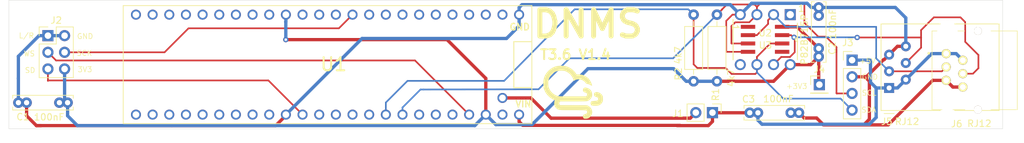
<source format=kicad_pcb>
(kicad_pcb (version 20171130) (host pcbnew "(5.1.5)-3")

  (general
    (thickness 1.6)
    (drawings 22)
    (tracks 221)
    (zones 0)
    (modules 19)
    (nets 52)
  )

  (page A4)
  (title_block
    (title "DNMS - Digital Noise Maesurement Sensor")
    (date 2019-06-09)
    (rev 0.9.0)
  )

  (layers
    (0 F.Cu signal)
    (31 B.Cu signal)
    (32 B.Adhes user)
    (33 F.Adhes user)
    (34 B.Paste user)
    (35 F.Paste user)
    (36 B.SilkS user)
    (37 F.SilkS user)
    (38 B.Mask user)
    (39 F.Mask user)
    (40 Dwgs.User user)
    (41 Cmts.User user)
    (42 Eco1.User user)
    (43 Eco2.User user)
    (44 Edge.Cuts user)
    (45 Margin user)
    (46 B.CrtYd user)
    (47 F.CrtYd user)
    (48 B.Fab user)
    (49 F.Fab user)
  )

  (setup
    (last_trace_width 0.5)
    (user_trace_width 0.5)
    (trace_clearance 0.2)
    (zone_clearance 0.508)
    (zone_45_only no)
    (trace_min 0.2)
    (via_size 0.8)
    (via_drill 0.4)
    (via_min_size 0.4)
    (via_min_drill 0.3)
    (uvia_size 0.3)
    (uvia_drill 0.1)
    (uvias_allowed no)
    (uvia_min_size 0.2)
    (uvia_min_drill 0.1)
    (edge_width 0.05)
    (segment_width 0.2)
    (pcb_text_width 0.3)
    (pcb_text_size 1.5 1.5)
    (mod_edge_width 0.12)
    (mod_text_size 1 1)
    (mod_text_width 0.15)
    (pad_size 1.524 1.524)
    (pad_drill 0.762)
    (pad_to_mask_clearance 0.051)
    (solder_mask_min_width 0.25)
    (aux_axis_origin 60.8584 94.1832)
    (visible_elements 7FFFFFFF)
    (pcbplotparams
      (layerselection 0x010fc_ffffffff)
      (usegerberextensions false)
      (usegerberattributes false)
      (usegerberadvancedattributes false)
      (creategerberjobfile false)
      (excludeedgelayer true)
      (linewidth 0.100000)
      (plotframeref false)
      (viasonmask false)
      (mode 1)
      (useauxorigin false)
      (hpglpennumber 1)
      (hpglpenspeed 20)
      (hpglpendiameter 15.000000)
      (psnegative false)
      (psa4output false)
      (plotreference true)
      (plotvalue true)
      (plotinvisibletext false)
      (padsonsilk false)
      (subtractmaskfromsilk false)
      (outputformat 1)
      (mirror false)
      (drillshape 0)
      (scaleselection 1)
      (outputdirectory "Gerber/"))
  )

  (net 0 "")
  (net 1 GND)
  (net 2 +3V3)
  (net 3 +5V)
  (net 4 SDA_Ex)
  (net 5 SCL_Ex)
  (net 6 SDA)
  (net 7 SCL)
  (net 8 SD)
  (net 9 WS)
  (net 10 SCK)
  (net 11 "Net-(U1-Pad5)")
  (net 12 "Net-(U2-Pad1)")
  (net 13 "Net-(U2-Pad5)")
  (net 14 "Net-(U1-Pad2)")
  (net 15 "Net-(U1-Pad3)")
  (net 16 "Net-(U1-Pad4)")
  (net 17 "Net-(U1-Pad6)")
  (net 18 "Net-(U1-Pad7)")
  (net 19 "Net-(U1-Pad8)")
  (net 20 "Net-(U1-Pad11)")
  (net 21 "Net-(U1-Pad12)")
  (net 22 "Net-(U1-Pad30)")
  (net 23 "Net-(U1-Pad29)")
  (net 24 "Net-(U1-Pad24)")
  (net 25 "Net-(U1-Pad22)")
  (net 26 "Net-(U1-Pad21)")
  (net 27 "Net-(U1-Pad14)")
  (net 28 "Net-(U1-Pad15)")
  (net 29 "Net-(U1-Pad16)")
  (net 30 "Net-(U1-Pad20)")
  (net 31 "Net-(U1-Pad17)")
  (net 32 "Net-(J1-Pad2)")
  (net 33 "Net-(U1-Pad0)")
  (net 34 "Net-(U1-Pad1)")
  (net 35 "Net-(U1-Pad10)")
  (net 36 "Net-(U1-PadAGND)")
  (net 37 "Net-(U1-Pad25)")
  (net 38 "Net-(U1-Pad26)")
  (net 39 "Net-(U1-Pad27)")
  (net 40 "Net-(U1-Pad28)")
  (net 41 "Net-(U1-Pad31)")
  (net 42 "Net-(U1-Pad32)")
  (net 43 "Net-(U1-PadA22)")
  (net 44 "Net-(U1-PadA21)")
  (net 45 "Net-(U1-Pad33)")
  (net 46 "Net-(U1-Pad34)")
  (net 47 "Net-(U1-Pad35)")
  (net 48 "Net-(U1-Pad36)")
  (net 49 "Net-(U1-Pad37)")
  (net 50 "Net-(U1-Pad38)")
  (net 51 "Net-(U1-Pad39)")

  (net_class Default "Dies ist die voreingestellte Netzklasse."
    (clearance 0.2)
    (trace_width 0.25)
    (via_dia 0.8)
    (via_drill 0.4)
    (uvia_dia 0.3)
    (uvia_drill 0.1)
    (add_net +3V3)
    (add_net +5V)
    (add_net GND)
    (add_net "Net-(J1-Pad2)")
    (add_net "Net-(U1-Pad0)")
    (add_net "Net-(U1-Pad1)")
    (add_net "Net-(U1-Pad10)")
    (add_net "Net-(U1-Pad11)")
    (add_net "Net-(U1-Pad12)")
    (add_net "Net-(U1-Pad14)")
    (add_net "Net-(U1-Pad15)")
    (add_net "Net-(U1-Pad16)")
    (add_net "Net-(U1-Pad17)")
    (add_net "Net-(U1-Pad2)")
    (add_net "Net-(U1-Pad20)")
    (add_net "Net-(U1-Pad21)")
    (add_net "Net-(U1-Pad22)")
    (add_net "Net-(U1-Pad24)")
    (add_net "Net-(U1-Pad25)")
    (add_net "Net-(U1-Pad26)")
    (add_net "Net-(U1-Pad27)")
    (add_net "Net-(U1-Pad28)")
    (add_net "Net-(U1-Pad29)")
    (add_net "Net-(U1-Pad3)")
    (add_net "Net-(U1-Pad30)")
    (add_net "Net-(U1-Pad31)")
    (add_net "Net-(U1-Pad32)")
    (add_net "Net-(U1-Pad33)")
    (add_net "Net-(U1-Pad34)")
    (add_net "Net-(U1-Pad35)")
    (add_net "Net-(U1-Pad36)")
    (add_net "Net-(U1-Pad37)")
    (add_net "Net-(U1-Pad38)")
    (add_net "Net-(U1-Pad39)")
    (add_net "Net-(U1-Pad4)")
    (add_net "Net-(U1-Pad5)")
    (add_net "Net-(U1-Pad6)")
    (add_net "Net-(U1-Pad7)")
    (add_net "Net-(U1-Pad8)")
    (add_net "Net-(U1-PadA21)")
    (add_net "Net-(U1-PadA22)")
    (add_net "Net-(U1-PadAGND)")
    (add_net "Net-(U2-Pad1)")
    (add_net "Net-(U2-Pad5)")
    (add_net SCK)
    (add_net SCL)
    (add_net SCL_Ex)
    (add_net SD)
    (add_net SDA)
    (add_net SDA_Ex)
    (add_net WS)
  )

  (module Connector_RJ:RJ12_Pulse_E5566Q0LK22L (layer F.Cu) (tedit 5DD16D65) (tstamp 5F453B85)
    (at 207.80248 85.29828 90)
    (descr E5566-Q0LK22-L)
    (tags Connector)
    (path /5F451C02)
    (fp_text reference J6 (at -8.17118 -2.43586) (layer F.SilkS)
      (effects (font (size 1 1) (thickness 0.15)))
    )
    (fp_text value RJ12 (at -8.12038 1.016) (layer F.SilkS)
      (effects (font (size 1 1) (thickness 0.15)))
    )
    (fp_line (start -6 -6.2) (end 6 -6.2) (layer Dwgs.User) (width 0.2))
    (fp_line (start 6 -6.2) (end 6 6.8) (layer Dwgs.User) (width 0.2))
    (fp_line (start 6 6.8) (end -6 6.8) (layer Dwgs.User) (width 0.2))
    (fp_line (start -6 6.8) (end -6 -6.2) (layer Dwgs.User) (width 0.2))
    (fp_line (start -8.2 -7.8) (end 8.2 -7.8) (layer Dwgs.User) (width 0.1))
    (fp_line (start 8.2 -7.8) (end 8.2 7.8) (layer Dwgs.User) (width 0.1))
    (fp_line (start 8.2 7.8) (end -8.2 7.8) (layer Dwgs.User) (width 0.1))
    (fp_line (start -8.2 7.8) (end -8.2 -7.8) (layer Dwgs.User) (width 0.1))
    (fp_line (start -6 -1.2) (end -6 -6.2) (layer F.SilkS) (width 0.1))
    (fp_line (start -6 -6.2) (end 6 -6.2) (layer F.SilkS) (width 0.1))
    (fp_line (start 6 -6.2) (end 6 -1.2) (layer F.SilkS) (width 0.1))
    (fp_line (start -6 2.8) (end -6 6.8) (layer F.SilkS) (width 0.1))
    (fp_line (start -6 6.8) (end 6 6.8) (layer F.SilkS) (width 0.1))
    (fp_line (start 6 6.8) (end 6 2.8) (layer F.SilkS) (width 0.1))
    (fp_line (start 2.5 -6.7) (end 2.5 -6.7) (layer F.SilkS) (width 0.2))
    (fp_line (start 2.7 -6.7) (end 2.7 -6.7) (layer F.SilkS) (width 0.2))
    (fp_arc (start 2.6 -6.7) (end 2.5 -6.7) (angle 180) (layer F.SilkS) (width 0.2))
    (fp_arc (start 2.6 -6.7) (end 2.7 -6.7) (angle 180) (layer F.SilkS) (width 0.2))
    (pad 1 thru_hole circle (at 2.55 -4.04 180) (size 1.4 1.4) (drill 0.9) (layers *.Cu *.Mask F.SilkS)
      (net 3 +5V))
    (pad 2 thru_hole circle (at 1.53 -1.5 180) (size 1.4 1.4) (drill 0.9) (layers *.Cu *.Mask F.SilkS)
      (net 3 +5V))
    (pad 3 thru_hole circle (at 0.51 -4.04 180) (size 1.4 1.4) (drill 0.9) (layers *.Cu *.Mask F.SilkS)
      (net 5 SCL_Ex))
    (pad 4 thru_hole circle (at -0.51 -1.5 180) (size 1.4 1.4) (drill 0.9) (layers *.Cu *.Mask F.SilkS)
      (net 4 SDA_Ex))
    (pad 5 thru_hole circle (at -1.53 -4.04 180) (size 1.4 1.4) (drill 0.9) (layers *.Cu *.Mask F.SilkS)
      (net 1 GND))
    (pad 6 thru_hole circle (at -2.55 -1.5 180) (size 1.4 1.4) (drill 0.9) (layers *.Cu *.Mask F.SilkS)
      (net 1 GND))
    (pad 7 thru_hole circle (at -6 0.8 180) (size 1.2 1.2) (drill 2.4) (layers *.Cu *.Mask F.SilkS))
    (pad 8 thru_hole circle (at 6 0.8 180) (size 1.2 1.2) (drill 2.4) (layers *.Cu *.Mask F.SilkS))
    (model "${KISYS3DMOD}/Connector_RJ.3dshapes/RJ12_Pulse_615006138421 (rev1).wrl"
      (offset (xyz 0 -0.25 7))
      (scale (xyz 0.39 0.39 0.39))
      (rotate (xyz 0 0 0))
    )
  )

  (module Connector_RJ:RJ12_Amphenol_54601 (layer F.Cu) (tedit 5F0C6ADD) (tstamp 5E7FA2AF)
    (at 195.06438 87.98814 90)
    (descr "RJ12 connector  https://cdn.amphenol-icc.com/media/wysiwyg/files/drawing/c-bmj-0082.pdf")
    (tags "RJ12 connector")
    (path /5E7FD347)
    (fp_text reference J5 (at -5.12572 -0.3556) (layer F.SilkS)
      (effects (font (size 1 1) (thickness 0.15)))
    )
    (fp_text value RJ12 (at 3.54 18.3 90) (layer F.Fab)
      (effects (font (size 1 1) (thickness 0.15)))
    )
    (fp_text user %R (at 3.16 7.76 90) (layer F.Fab)
      (effects (font (size 1 1) (thickness 0.15)))
    )
    (fp_line (start -3.43 16.77) (end -3.43 0.52) (layer F.Fab) (width 0.1))
    (fp_line (start -3.43 -1.23) (end 9.77 -1.23) (layer F.Fab) (width 0.1))
    (fp_line (start 9.77 -1.23) (end 9.77 16.77) (layer F.Fab) (width 0.1))
    (fp_line (start 9.77 16.77) (end -3.43 16.77) (layer F.Fab) (width 0.1))
    (fp_line (start -4.04 -1.73) (end 10.38 -1.73) (layer F.CrtYd) (width 0.05))
    (fp_line (start 10.38 -1.73) (end 10.38 17.27) (layer F.CrtYd) (width 0.05))
    (fp_line (start 10.38 17.27) (end -4.04 17.27) (layer F.CrtYd) (width 0.05))
    (fp_line (start -4.04 17.27) (end -4.04 -1.73) (layer F.CrtYd) (width 0.05))
    (fp_line (start -3.43 -1.23) (end 9.77 -1.23) (layer F.SilkS) (width 0.12))
    (fp_line (start 9.77 -1.23) (end 9.77 7.79) (layer F.SilkS) (width 0.12))
    (fp_line (start 9.77 16.65) (end 9.77 16.77) (layer F.SilkS) (width 0.1))
    (fp_line (start 9.77 16.77) (end 9.77 9.99) (layer F.SilkS) (width 0.12))
    (fp_line (start 9.77 16.76) (end 9.77 16.77) (layer F.SilkS) (width 0.1))
    (fp_line (start 9.77 16.77) (end -3.43 16.77) (layer F.SilkS) (width 0.12))
    (fp_line (start -3.43 16.77) (end -3.43 9.99) (layer F.SilkS) (width 0.12))
    (fp_line (start -3.43 7.72) (end -3.43 7.79) (layer F.SilkS) (width 0.1))
    (fp_line (start -3.43 7.79) (end -3.43 -1.23) (layer F.SilkS) (width 0.12))
    (fp_line (start -3.9 0.77) (end -3.9 -0.76) (layer F.SilkS) (width 0.12))
    (fp_line (start -3.43 0.52) (end -2.93 0.02) (layer F.Fab) (width 0.1))
    (fp_line (start -2.93 0.02) (end -3.43 -0.48) (layer F.Fab) (width 0.1))
    (fp_line (start -3.43 -0.48) (end -3.43 -1.23) (layer F.Fab) (width 0.1))
    (pad 1 thru_hole rect (at 0 0 90) (size 1.52 1.52) (drill 0.76) (layers *.Cu *.Mask)
      (net 3 +5V))
    (pad "" np_thru_hole circle (at -1.91 8.89 90) (size 3.25 3.25) (drill 3.25) (layers *.Cu *.Mask))
    (pad 2 thru_hole circle (at 1.27 2.54 90) (size 1.52 1.52) (drill 0.76) (layers *.Cu *.Mask)
      (net 3 +5V))
    (pad 3 thru_hole circle (at 2.54 0 90) (size 1.52 1.52) (drill 0.76) (layers *.Cu *.Mask)
      (net 5 SCL_Ex))
    (pad 4 thru_hole circle (at 3.81 2.54 90) (size 1.52 1.52) (drill 0.76) (layers *.Cu *.Mask)
      (net 4 SDA_Ex))
    (pad 5 thru_hole circle (at 5.08 0 90) (size 1.52 1.52) (drill 0.76) (layers *.Cu *.Mask)
      (net 1 GND))
    (pad 6 thru_hole circle (at 6.35 2.54 90) (size 1.52 1.52) (drill 0.76) (layers *.Cu *.Mask)
      (net 1 GND))
    (pad "" np_thru_hole circle (at 8.25 8.89 90) (size 3.25 3.25) (drill 3.25) (layers *.Cu *.Mask))
    (model ${KISYS3DMOD}/Connector_RJ.3dshapes/RJ12_Amphenol_54601.wrl
      (offset (xyz 3 -17 0))
      (scale (xyz 0.4 0.4 0.4))
      (rotate (xyz -90 0 0))
    )
  )

  (module Teensy3.6:Teensy3.6 (layer F.Cu) (tedit 5EC299B0) (tstamp 5EC1C3A5)
    (at 109.4358 84.4296 270)
    (path /5EC164D3)
    (fp_text reference U1 (at -0.0508 -0.9272) (layer F.SilkS)
      (effects (font (size 2 2) (thickness 0.3)))
    )
    (fp_text value Teensy3.6 (at -5.54292 32.241 270) (layer F.SilkS) hide
      (effects (font (size 1.00143 1.00143) (thickness 0.05)))
    )
    (fp_line (start -9 31.15) (end -9 -31.15) (layer Eco2.User) (width 0.127))
    (fp_line (start -9 -31.15) (end 9 -31.15) (layer Eco2.User) (width 0.127))
    (fp_line (start 9 -31.15) (end 9 31.15) (layer Eco2.User) (width 0.127))
    (fp_line (start 9 31.15) (end -9 31.15) (layer Eco2.User) (width 0.127))
    (fp_line (start -9 -31.15) (end -9 31.15) (layer F.SilkS) (width 0.127))
    (fp_line (start -9 31.15) (end 9 31.15) (layer F.SilkS) (width 0.127))
    (fp_line (start 9 31.15) (end 9 -31.15) (layer F.SilkS) (width 0.127))
    (fp_line (start 9 -31.15) (end -9 -31.15) (layer F.SilkS) (width 0.127))
    (fp_line (start -9.25 -31.4) (end 9.25 -31.4) (layer Eco1.User) (width 0.05))
    (fp_line (start 9.25 -31.4) (end 9.25 31.4) (layer Eco1.User) (width 0.05))
    (fp_line (start 9.25 31.4) (end -9.25 31.4) (layer Eco1.User) (width 0.05))
    (fp_line (start -9.25 31.4) (end -9.25 -31.4) (layer Eco1.User) (width 0.05))
    (fp_line (start -3.5 -31.1) (end -3.5 -28.4) (layer F.SilkS) (width 0.1524))
    (fp_line (start -3.5 -28.4) (end 3.5 -28.4) (layer F.SilkS) (width 0.1524))
    (fp_line (start 3.5 -28.4) (end 3.5 -31.1) (layer F.SilkS) (width 0.1524))
    (pad GND_1 thru_hole circle (at -7.62 -29.21 270) (size 1.53 1.53) (drill 1.02) (layers *.Cu *.Mask)
      (net 1 GND))
    (pad 0 thru_hole circle (at -7.62 -26.67 270) (size 1.53 1.53) (drill 1.02) (layers *.Cu *.Mask)
      (net 33 "Net-(U1-Pad0)"))
    (pad 1 thru_hole circle (at -7.62 -24.13 270) (size 1.53 1.53) (drill 1.02) (layers *.Cu *.Mask)
      (net 34 "Net-(U1-Pad1)"))
    (pad 2 thru_hole circle (at -7.62 -21.59 270) (size 1.53 1.53) (drill 1.02) (layers *.Cu *.Mask)
      (net 14 "Net-(U1-Pad2)"))
    (pad 3 thru_hole circle (at -7.62 -19.05 270) (size 1.53 1.53) (drill 1.02) (layers *.Cu *.Mask)
      (net 15 "Net-(U1-Pad3)"))
    (pad 4 thru_hole circle (at -7.62 -16.51 270) (size 1.53 1.53) (drill 1.02) (layers *.Cu *.Mask)
      (net 16 "Net-(U1-Pad4)"))
    (pad 5 thru_hole circle (at -7.62 -13.97 270) (size 1.53 1.53) (drill 1.02) (layers *.Cu *.Mask)
      (net 11 "Net-(U1-Pad5)"))
    (pad 6 thru_hole circle (at -7.62 -11.43 270) (size 1.53 1.53) (drill 1.02) (layers *.Cu *.Mask)
      (net 17 "Net-(U1-Pad6)"))
    (pad 7 thru_hole circle (at -7.62 -8.89 270) (size 1.53 1.53) (drill 1.02) (layers *.Cu *.Mask)
      (net 18 "Net-(U1-Pad7)"))
    (pad 8 thru_hole circle (at -7.62 -6.35 270) (size 1.53 1.53) (drill 1.02) (layers *.Cu *.Mask)
      (net 19 "Net-(U1-Pad8)"))
    (pad 9 thru_hole circle (at -7.62 -3.81 270) (size 1.53 1.53) (drill 1.02) (layers *.Cu *.Mask)
      (net 10 SCK))
    (pad 10 thru_hole circle (at -7.62 -1.27 270) (size 1.53 1.53) (drill 1.02) (layers *.Cu *.Mask)
      (net 35 "Net-(U1-Pad10)"))
    (pad 11 thru_hole circle (at -7.62 1.27 270) (size 1.53 1.53) (drill 1.02) (layers *.Cu *.Mask)
      (net 20 "Net-(U1-Pad11)"))
    (pad 12 thru_hole circle (at -7.62 3.81 270) (size 1.53 1.53) (drill 1.02) (layers *.Cu *.Mask)
      (net 21 "Net-(U1-Pad12)"))
    (pad 3V3_1 thru_hole circle (at -7.62 6.35 270) (size 1.53 1.53) (drill 1.02) (layers *.Cu *.Mask)
      (net 2 +3V3))
    (pad 24 thru_hole circle (at -7.62 8.89 270) (size 1.53 1.53) (drill 1.02) (layers *.Cu *.Mask)
      (net 24 "Net-(U1-Pad24)"))
    (pad 13 thru_hole circle (at 7.62 3.81 270) (size 1.53 1.53) (drill 1.02) (layers *.Cu *.Mask)
      (net 8 SD))
    (pad 14 thru_hole circle (at 7.62 1.27 270) (size 1.53 1.53) (drill 1.02) (layers *.Cu *.Mask)
      (net 27 "Net-(U1-Pad14)"))
    (pad 15 thru_hole circle (at 7.62 -1.27 270) (size 1.53 1.53) (drill 1.02) (layers *.Cu *.Mask)
      (net 28 "Net-(U1-Pad15)"))
    (pad 16 thru_hole circle (at 7.62 -3.81 270) (size 1.53 1.53) (drill 1.02) (layers *.Cu *.Mask)
      (net 29 "Net-(U1-Pad16)"))
    (pad 17 thru_hole circle (at 7.62 -6.35 270) (size 1.53 1.53) (drill 1.02) (layers *.Cu *.Mask)
      (net 31 "Net-(U1-Pad17)"))
    (pad 18 thru_hole circle (at 7.62 -8.89 270) (size 1.53 1.53) (drill 1.02) (layers *.Cu *.Mask)
      (net 6 SDA))
    (pad 19 thru_hole circle (at 7.62 -11.43 270) (size 1.53 1.53) (drill 1.02) (layers *.Cu *.Mask)
      (net 7 SCL))
    (pad 20 thru_hole circle (at 7.62 -13.97 270) (size 1.53 1.53) (drill 1.02) (layers *.Cu *.Mask)
      (net 30 "Net-(U1-Pad20)"))
    (pad 21 thru_hole circle (at 7.62 -16.51 270) (size 1.53 1.53) (drill 1.02) (layers *.Cu *.Mask)
      (net 26 "Net-(U1-Pad21)"))
    (pad 22 thru_hole circle (at 7.62 -19.05 270) (size 1.53 1.53) (drill 1.02) (layers *.Cu *.Mask)
      (net 25 "Net-(U1-Pad22)"))
    (pad 23 thru_hole circle (at 7.62 -21.59 270) (size 1.53 1.53) (drill 1.02) (layers *.Cu *.Mask)
      (net 9 WS))
    (pad 3V3_2 thru_hole circle (at 7.62 -24.13 270) (size 1.53 1.53) (drill 1.02) (layers *.Cu *.Mask)
      (net 2 +3V3))
    (pad AGND thru_hole circle (at 7.62 -26.67 270) (size 1.53 1.53) (drill 1.02) (layers *.Cu *.Mask)
      (net 36 "Net-(U1-PadAGND)"))
    (pad VIN thru_hole circle (at 7.62 -29.21 270) (size 1.53 1.53) (drill 1.02) (layers *.Cu *.Mask)
      (net 3 +5V))
    (pad 25 thru_hole circle (at -7.62 11.43 270) (size 1.53 1.53) (drill 1.02) (layers *.Cu *.Mask)
      (net 37 "Net-(U1-Pad25)"))
    (pad 26 thru_hole circle (at -7.62 13.97 270) (size 1.53 1.53) (drill 1.02) (layers *.Cu *.Mask)
      (net 38 "Net-(U1-Pad26)"))
    (pad 27 thru_hole circle (at -7.62 16.51 270) (size 1.53 1.53) (drill 1.02) (layers *.Cu *.Mask)
      (net 39 "Net-(U1-Pad27)"))
    (pad 28 thru_hole circle (at -7.62 19.05 270) (size 1.53 1.53) (drill 1.02) (layers *.Cu *.Mask)
      (net 40 "Net-(U1-Pad28)"))
    (pad 29 thru_hole circle (at -7.62 21.59 270) (size 1.53 1.53) (drill 1.02) (layers *.Cu *.Mask)
      (net 23 "Net-(U1-Pad29)"))
    (pad 30 thru_hole circle (at -7.62 24.13 270) (size 1.53 1.53) (drill 1.02) (layers *.Cu *.Mask)
      (net 22 "Net-(U1-Pad30)"))
    (pad 31 thru_hole circle (at -7.62 26.67 270) (size 1.53 1.53) (drill 1.02) (layers *.Cu *.Mask)
      (net 41 "Net-(U1-Pad31)"))
    (pad 32 thru_hole circle (at -7.62 29.21 270) (size 1.53 1.53) (drill 1.02) (layers *.Cu *.Mask)
      (net 42 "Net-(U1-Pad32)"))
    (pad GND_2 thru_hole circle (at 7.62 6.35 270) (size 1.53 1.53) (drill 1.02) (layers *.Cu *.Mask)
      (net 1 GND))
    (pad A22 thru_hole circle (at 7.62 8.89 270) (size 1.53 1.53) (drill 1.02) (layers *.Cu *.Mask)
      (net 43 "Net-(U1-PadA22)"))
    (pad A21 thru_hole circle (at 7.62 11.43 270) (size 1.53 1.53) (drill 1.02) (layers *.Cu *.Mask)
      (net 44 "Net-(U1-PadA21)"))
    (pad 33 thru_hole circle (at 7.62 29.21 270) (size 1.53 1.53) (drill 1.02) (layers *.Cu *.Mask)
      (net 45 "Net-(U1-Pad33)"))
    (pad 34 thru_hole circle (at 7.62 26.67 270) (size 1.53 1.53) (drill 1.02) (layers *.Cu *.Mask)
      (net 46 "Net-(U1-Pad34)"))
    (pad 35 thru_hole circle (at 7.62 24.13 270) (size 1.53 1.53) (drill 1.02) (layers *.Cu *.Mask)
      (net 47 "Net-(U1-Pad35)"))
    (pad 36 thru_hole circle (at 7.62 21.59 270) (size 1.53 1.53) (drill 1.02) (layers *.Cu *.Mask)
      (net 48 "Net-(U1-Pad36)"))
    (pad 37 thru_hole circle (at 7.62 19.05 270) (size 1.53 1.53) (drill 1.02) (layers *.Cu *.Mask)
      (net 49 "Net-(U1-Pad37)"))
    (pad 38 thru_hole circle (at 7.62 16.51 270) (size 1.53 1.53) (drill 1.02) (layers *.Cu *.Mask)
      (net 50 "Net-(U1-Pad38)"))
    (pad 39 thru_hole circle (at 7.62 13.97 270) (size 1.53 1.53) (drill 1.02) (layers *.Cu *.Mask)
      (net 51 "Net-(U1-Pad39)"))
    (pad VUSB thru_hole circle (at 5.08 -26.67 270) (size 1.524 1.524) (drill 1.02) (layers *.Cu *.Mask)
      (net 32 "Net-(J1-Pad2)"))
  )

  (module MountingHole:MountingHole_2.7mm_M2.5 (layer F.Cu) (tedit 56D1B4CB) (tstamp 5EC29D3B)
    (at 160.401 89.154)
    (descr "Mounting Hole 2.7mm, no annular, M2.5")
    (tags "mounting hole 2.7mm no annular m2.5")
    (attr virtual)
    (fp_text reference REF1 (at 0 -3.7) (layer F.Fab) hide
      (effects (font (size 1 1) (thickness 0.15)))
    )
    (fp_text value MountingHole_2.7mm_M2.5 (at 0 3.7) (layer F.Fab)
      (effects (font (size 1 1) (thickness 0.15)))
    )
    (fp_text user %R (at 0.4826 0) (layer F.Fab)
      (effects (font (size 1 1) (thickness 0.15)))
    )
    (fp_circle (center 0 0) (end 2.7 0) (layer Cmts.User) (width 0.15))
    (fp_circle (center 0 0) (end 2.95 0) (layer F.CrtYd) (width 0.05))
    (pad 1 np_thru_hole circle (at 0 0) (size 2.7 2.7) (drill 2.7) (layers *.Cu *.Mask))
  )

  (module MountingHole:MountingHole_2.7mm_M2.5 (layer F.Cu) (tedit 56D1B4CB) (tstamp 5EC29B30)
    (at 160.401 79.2734)
    (descr "Mounting Hole 2.7mm, no annular, M2.5")
    (tags "mounting hole 2.7mm no annular m2.5")
    (attr virtual)
    (fp_text reference REF1 (at 0 -3.7) (layer F.Fab) hide
      (effects (font (size 1 1) (thickness 0.15)))
    )
    (fp_text value MountingHole_2.7mm_M2.5 (at 0 3.7) (layer F.Fab)
      (effects (font (size 1 1) (thickness 0.15)))
    )
    (fp_circle (center 0 0) (end 2.95 0) (layer F.CrtYd) (width 0.05))
    (fp_circle (center 0 0) (end 2.7 0) (layer Cmts.User) (width 0.15))
    (fp_text user %R (at 0.4826 0) (layer F.Fab)
      (effects (font (size 1 1) (thickness 0.15)))
    )
    (pad 1 np_thru_hole circle (at 0 0) (size 2.7 2.7) (drill 2.7) (layers *.Cu *.Mask))
  )

  (module Connector_PinHeader_2.54mm:PinHeader_1x01_P2.54mm_Vertical (layer F.Cu) (tedit 59FED5CC) (tstamp 5EC0643E)
    (at 184.4294 87.4776)
    (descr "Through hole straight pin header, 1x01, 2.54mm pitch, single row")
    (tags "Through hole pin header THT 1x01 2.54mm single row")
    (path /5EC540E4)
    (fp_text reference J4 (at 0 -2.33) (layer F.SilkS)
      (effects (font (size 1 1) (thickness 0.15)))
    )
    (fp_text value Conn_01x01 (at 0 2.33) (layer F.Fab)
      (effects (font (size 1 1) (thickness 0.15)))
    )
    (fp_text user %R (at 0 0 90) (layer F.Fab)
      (effects (font (size 1 1) (thickness 0.15)))
    )
    (fp_line (start 1.8 -1.8) (end -1.8 -1.8) (layer F.CrtYd) (width 0.05))
    (fp_line (start 1.8 1.8) (end 1.8 -1.8) (layer F.CrtYd) (width 0.05))
    (fp_line (start -1.8 1.8) (end 1.8 1.8) (layer F.CrtYd) (width 0.05))
    (fp_line (start -1.8 -1.8) (end -1.8 1.8) (layer F.CrtYd) (width 0.05))
    (fp_line (start -1.33 -1.33) (end 0 -1.33) (layer F.SilkS) (width 0.12))
    (fp_line (start -1.33 0) (end -1.33 -1.33) (layer F.SilkS) (width 0.12))
    (fp_line (start -1.33 1.27) (end 1.33 1.27) (layer F.SilkS) (width 0.12))
    (fp_line (start 1.33 1.27) (end 1.33 1.33) (layer F.SilkS) (width 0.12))
    (fp_line (start -1.33 1.27) (end -1.33 1.33) (layer F.SilkS) (width 0.12))
    (fp_line (start -1.33 1.33) (end 1.33 1.33) (layer F.SilkS) (width 0.12))
    (fp_line (start -1.27 -0.635) (end -0.635 -1.27) (layer F.Fab) (width 0.1))
    (fp_line (start -1.27 1.27) (end -1.27 -0.635) (layer F.Fab) (width 0.1))
    (fp_line (start 1.27 1.27) (end -1.27 1.27) (layer F.Fab) (width 0.1))
    (fp_line (start 1.27 -1.27) (end 1.27 1.27) (layer F.Fab) (width 0.1))
    (fp_line (start -0.635 -1.27) (end 1.27 -1.27) (layer F.Fab) (width 0.1))
    (pad 1 thru_hole rect (at 0 0) (size 1.7 1.7) (drill 1) (layers *.Cu *.Mask)
      (net 2 +3V3))
    (model ${KISYS3DMOD}/Connector_PinHeader_2.54mm.3dshapes/PinHeader_1x01_P2.54mm_Vertical.wrl
      (at (xyz 0 0 0))
      (scale (xyz 1 1 1))
      (rotate (xyz 0 0 0))
    )
  )

  (module P82B715:SOIC8 (layer F.Cu) (tedit 5EC0123E) (tstamp 5EC036D4)
    (at 176.149 80.5688 270)
    (descr "<b>Small Outline IC</b>")
    (path /5EC1071E)
    (fp_text reference U3 (at -3.30382 -1.2707 270) (layer F.SilkS)
      (effects (font (size 1.000551 1.000551) (thickness 0.015)))
    )
    (fp_text value P82B715DR (at 3.304735 -1.271045 270) (layer F.Fab)
      (effects (font (size 1.000827 1.000827) (thickness 0.015)))
    )
    (fp_poly (pts (xy -2.15306 -3.1) (xy -1.66 -3.1) (xy -1.66 -2.00285) (xy -2.15306 -2.00285)) (layer F.Fab) (width 0.01))
    (fp_poly (pts (xy -0.880451 -3.1) (xy -0.39 -3.1) (xy -0.39 -2.00102) (xy -0.880451 -2.00102)) (layer F.Fab) (width 0.01))
    (fp_poly (pts (xy 0.390281 -3.1) (xy 0.88 -3.1) (xy 0.88 -2.00144) (xy 0.390281 -2.00144)) (layer F.Fab) (width 0.01))
    (fp_poly (pts (xy 1.66296 -3.1) (xy 2.15 -3.1) (xy 2.15 -2.00357) (xy 1.66296 -2.00357)) (layer F.Fab) (width 0.01))
    (fp_poly (pts (xy 1.66051 2) (xy 2.15 2) (xy 2.15 3.10095) (xy 1.66051 3.10095)) (layer F.Fab) (width 0.01))
    (fp_poly (pts (xy 0.390069 2) (xy 0.88 2) (xy 0.88 3.10055) (xy 0.390069 3.10055)) (layer F.Fab) (width 0.01))
    (fp_poly (pts (xy -0.881052 2) (xy -0.39 2) (xy -0.39 3.1037) (xy -0.881052 3.1037)) (layer F.Fab) (width 0.01))
    (fp_poly (pts (xy -2.15284 2) (xy -1.66 2) (xy -1.66 3.10409) (xy -2.15284 3.10409)) (layer F.Fab) (width 0.01))
    (fp_text user U3 (at 0.9144 -0.0508 180) (layer F.SilkS)
      (effects (font (size 1 1) (thickness 0.15)))
    )
    (fp_text user Name (at -3.303375 -0.63527 270) (layer Dwgs.User)
      (effects (font (size 1.000417 1.000417) (thickness 0.015)))
    )
    (fp_line (start 2.4 1.4) (end -2.4 1.4) (layer F.Fab) (width 0.2032))
    (fp_line (start -2.4 -1.9) (end 2.4 -1.9) (layer F.Fab) (width 0.2032))
    (fp_line (start -2.4 1.4) (end -2.4 -1.9) (layer F.Fab) (width 0.2032))
    (fp_line (start -2.4 1.9) (end -2.4 1.4) (layer F.Fab) (width 0.2032))
    (fp_line (start 2.4 1.9) (end -2.4 1.9) (layer F.Fab) (width 0.2032))
    (fp_line (start 2.4 1.4) (end 2.4 1.9) (layer F.Fab) (width 0.2032))
    (fp_line (start 2.4 -1.9) (end 2.4 1.4) (layer F.Fab) (width 0.2032))
    (fp_poly (pts (xy -2.15056 -3.1) (xy -1.66 -3.1) (xy -1.66 -2.00053) (xy -2.15056 -2.00053)) (layer F.Fab) (width 0.01))
    (fp_poly (pts (xy -0.881297 -3.1) (xy -0.39 -3.1) (xy -0.39 -2.00295) (xy -0.881297 -2.00295)) (layer F.Fab) (width 0.01))
    (fp_poly (pts (xy 0.390394 -3.1) (xy 0.88 -3.1) (xy 0.88 -2.00202) (xy 0.390394 -2.00202)) (layer F.Fab) (width 0.01))
    (fp_poly (pts (xy 1.6608 -3.1) (xy 2.15 -3.1) (xy 2.15 -2.00096) (xy 1.6608 -2.00096)) (layer F.Fab) (width 0.01))
    (fp_poly (pts (xy 1.66083 2) (xy 2.15 2) (xy 2.15 3.10156) (xy 1.66083 3.10156)) (layer F.Fab) (width 0.01))
    (fp_poly (pts (xy 0.390136 2) (xy 0.88 2) (xy 0.88 3.10108) (xy 0.390136 3.10108)) (layer F.Fab) (width 0.01))
    (fp_poly (pts (xy -0.880443 2) (xy -0.39 2) (xy -0.39 3.10156) (xy -0.880443 3.10156)) (layer F.Fab) (width 0.01))
    (fp_poly (pts (xy -2.15428 2) (xy -1.66 2) (xy -1.66 3.10617) (xy -2.15428 3.10617)) (layer F.Fab) (width 0.01))
    (pad 5 smd rect (at 1.905 -2.6 270) (size 0.6 2.2) (layers F.Cu F.Paste F.Mask))
    (pad 6 smd rect (at 0.635 -2.6 270) (size 0.6 2.2) (layers F.Cu F.Paste F.Mask)
      (net 6 SDA))
    (pad 8 smd rect (at -1.905 -2.6 270) (size 0.6 2.2) (layers F.Cu F.Paste F.Mask)
      (net 2 +3V3))
    (pad 4 smd rect (at 1.905 2.6 270) (size 0.6 2.2) (layers F.Cu F.Paste F.Mask)
      (net 1 GND))
    (pad 3 smd rect (at 0.635 2.6 270) (size 0.6 2.2) (layers F.Cu F.Paste F.Mask)
      (net 7 SCL))
    (pad 1 smd rect (at -1.905 2.6 270) (size 0.6 2.2) (layers F.Cu F.Paste F.Mask))
    (pad 7 smd rect (at -0.635 -2.6 270) (size 0.6 2.2) (layers F.Cu F.Paste F.Mask)
      (net 4 SDA_Ex))
    (pad 2 smd rect (at -0.635 2.6 270) (size 0.6 2.2) (layers F.Cu F.Paste F.Mask)
      (net 5 SCL_Ex))
  )

  (module C_THT_100nF:C_THT_100nF_L9.0mm_W2.0mm_P5.00mm_P7.50mm (layer F.Cu) (tedit 5EC0017E) (tstamp 5D725005)
    (at 173.8122 91.7702)
    (descr "C, Rect series, Radial, pin pitch=7.50mm, , length*width=9*2.0mm^2, Capacitor, https://en.tdk.eu/inf/20/20/db/fc_2009/MKT_B32560_564.pdf")
    (tags "C Rect series Radial pin pitch 5.00mm 7.50mm  length 9mm width 2.0mm Capacitor")
    (path /5D7252B5)
    (fp_text reference C3 (at -0.18542 -2.07264) (layer F.SilkS)
      (effects (font (size 1 1) (thickness 0.15)))
    )
    (fp_text value 100nF (at 4.36626 -2.10566) (layer F.SilkS)
      (effects (font (size 1 1) (thickness 0.15)))
    )
    (fp_line (start -0.75 -1) (end -0.75 1) (layer F.Fab) (width 0.1))
    (fp_line (start -0.75 1) (end 8.25 1) (layer F.Fab) (width 0.1))
    (fp_line (start 8.25 1) (end 8.25 -1) (layer F.Fab) (width 0.1))
    (fp_line (start 8.25 -1) (end -0.75 -1) (layer F.Fab) (width 0.1))
    (fp_line (start -0.87 -1.12) (end 8.37 -1.12) (layer F.SilkS) (width 0.12))
    (fp_line (start -0.87 1.12) (end 8.37 1.12) (layer F.SilkS) (width 0.12))
    (fp_line (start -0.87 -1.12) (end -0.87 -0.665) (layer F.SilkS) (width 0.12))
    (fp_line (start -0.87 0.665) (end -0.87 1.12) (layer F.SilkS) (width 0.12))
    (fp_line (start 8.37 -1.12) (end 8.37 -0.665) (layer F.SilkS) (width 0.12))
    (fp_line (start 8.37 0.665) (end 8.37 1.12) (layer F.SilkS) (width 0.12))
    (fp_line (start -1.05 -1.25) (end -1.05 1.25) (layer F.CrtYd) (width 0.05))
    (fp_line (start -1.05 1.25) (end 8.55 1.25) (layer F.CrtYd) (width 0.05))
    (fp_line (start 8.55 1.25) (end 8.55 -1.25) (layer F.CrtYd) (width 0.05))
    (fp_line (start 8.55 -1.25) (end -1.05 -1.25) (layer F.CrtYd) (width 0.05))
    (fp_text user %R (at 3.75 0) (layer F.Fab)
      (effects (font (size 1 1) (thickness 0.15)))
    )
    (pad 2 thru_hole circle (at 6.25 0) (size 1.6 1.6) (drill 0.8) (layers *.Cu *.Mask)
      (net 1 GND))
    (pad 1 thru_hole circle (at 1.25 0) (size 1.6 1.6) (drill 0.8) (layers *.Cu *.Mask)
      (net 3 +5V))
    (pad 1 thru_hole circle (at 0 0) (size 1.6 1.6) (drill 0.8) (layers *.Cu *.Mask)
      (net 3 +5V))
    (pad 2 thru_hole circle (at 7.5 0) (size 1.6 1.6) (drill 0.8) (layers *.Cu *.Mask)
      (net 1 GND))
    (model ${KISYS3DMOD}/Capacitor_THT.3dshapes/C_Rect_L9.0mm_W2.5mm_P7.50mm_MKT.wrl
      (at (xyz 0 0 0))
      (scale (xyz 1 1 1))
      (rotate (xyz 0 0 0))
    )
  )

  (module C_THT_100nF:C_THT_100nF_L9.0mm_W2.0mm_P5.00mm_P7.50mm (layer F.Cu) (tedit 5EC0017E) (tstamp 5CFE465A)
    (at 184.3278 83.2104 90)
    (descr "C, Rect series, Radial, pin pitch=7.50mm, , length*width=9*2.0mm^2, Capacitor, https://en.tdk.eu/inf/20/20/db/fc_2009/MKT_B32560_564.pdf")
    (tags "C Rect series Radial pin pitch 5.00mm 7.50mm  length 9mm width 2.0mm Capacitor")
    (path /5CFC928F)
    (fp_text reference C2 (at 1.26492 2.06502 90) (layer F.SilkS)
      (effects (font (size 1 1) (thickness 0.15)))
    )
    (fp_text value 100nF (at 4.95808 2.13106 90) (layer F.SilkS)
      (effects (font (size 1 1) (thickness 0.15)))
    )
    (fp_line (start -0.75 -1) (end -0.75 1) (layer F.Fab) (width 0.1))
    (fp_line (start -0.75 1) (end 8.25 1) (layer F.Fab) (width 0.1))
    (fp_line (start 8.25 1) (end 8.25 -1) (layer F.Fab) (width 0.1))
    (fp_line (start 8.25 -1) (end -0.75 -1) (layer F.Fab) (width 0.1))
    (fp_line (start -0.87 -1.12) (end 8.37 -1.12) (layer F.SilkS) (width 0.12))
    (fp_line (start -0.87 1.12) (end 8.37 1.12) (layer F.SilkS) (width 0.12))
    (fp_line (start -0.87 -1.12) (end -0.87 -0.665) (layer F.SilkS) (width 0.12))
    (fp_line (start -0.87 0.665) (end -0.87 1.12) (layer F.SilkS) (width 0.12))
    (fp_line (start 8.37 -1.12) (end 8.37 -0.665) (layer F.SilkS) (width 0.12))
    (fp_line (start 8.37 0.665) (end 8.37 1.12) (layer F.SilkS) (width 0.12))
    (fp_line (start -1.05 -1.25) (end -1.05 1.25) (layer F.CrtYd) (width 0.05))
    (fp_line (start -1.05 1.25) (end 8.55 1.25) (layer F.CrtYd) (width 0.05))
    (fp_line (start 8.55 1.25) (end 8.55 -1.25) (layer F.CrtYd) (width 0.05))
    (fp_line (start 8.55 -1.25) (end -1.05 -1.25) (layer F.CrtYd) (width 0.05))
    (fp_text user %R (at 3.75 0 90) (layer F.Fab)
      (effects (font (size 1 1) (thickness 0.15)))
    )
    (pad 2 thru_hole circle (at 6.25 0 90) (size 1.6 1.6) (drill 0.8) (layers *.Cu *.Mask)
      (net 1 GND))
    (pad 1 thru_hole circle (at 1.25 0 90) (size 1.6 1.6) (drill 0.8) (layers *.Cu *.Mask)
      (net 2 +3V3))
    (pad 1 thru_hole circle (at 0 0 90) (size 1.6 1.6) (drill 0.8) (layers *.Cu *.Mask)
      (net 2 +3V3))
    (pad 2 thru_hole circle (at 7.5 0 90) (size 1.6 1.6) (drill 0.8) (layers *.Cu *.Mask)
      (net 1 GND))
    (model ${KISYS3DMOD}/Capacitor_THT.3dshapes/C_Rect_L9.0mm_W2.5mm_P7.50mm_MKT.wrl
      (at (xyz 0 0 0))
      (scale (xyz 1 1 1))
      (rotate (xyz 0 0 0))
    )
  )

  (module C_THT_100nF:C_THT_100nF_L9.0mm_W2.0mm_P5.00mm_P7.50mm (layer F.Cu) (tedit 5EC0017E) (tstamp 5D72876F)
    (at 69.7992 90.2274 180)
    (descr "C, Rect series, Radial, pin pitch=7.50mm, , length*width=9*2.0mm^2, Capacitor, https://en.tdk.eu/inf/20/20/db/fc_2009/MKT_B32560_564.pdf")
    (tags "C Rect series Radial pin pitch 5.00mm 7.50mm  length 9mm width 2.0mm Capacitor")
    (path /5D744AD1)
    (fp_text reference C1 (at 6.81482 -2.17526) (layer F.SilkS)
      (effects (font (size 1 1) (thickness 0.15)))
    )
    (fp_text value 100nF (at 2.82448 -2.20828) (layer F.SilkS)
      (effects (font (size 1 1) (thickness 0.15)))
    )
    (fp_line (start -0.75 -1) (end -0.75 1) (layer F.Fab) (width 0.1))
    (fp_line (start -0.75 1) (end 8.25 1) (layer F.Fab) (width 0.1))
    (fp_line (start 8.25 1) (end 8.25 -1) (layer F.Fab) (width 0.1))
    (fp_line (start 8.25 -1) (end -0.75 -1) (layer F.Fab) (width 0.1))
    (fp_line (start -0.87 -1.12) (end 8.37 -1.12) (layer F.SilkS) (width 0.12))
    (fp_line (start -0.87 1.12) (end 8.37 1.12) (layer F.SilkS) (width 0.12))
    (fp_line (start -0.87 -1.12) (end -0.87 -0.665) (layer F.SilkS) (width 0.12))
    (fp_line (start -0.87 0.665) (end -0.87 1.12) (layer F.SilkS) (width 0.12))
    (fp_line (start 8.37 -1.12) (end 8.37 -0.665) (layer F.SilkS) (width 0.12))
    (fp_line (start 8.37 0.665) (end 8.37 1.12) (layer F.SilkS) (width 0.12))
    (fp_line (start -1.05 -1.25) (end -1.05 1.25) (layer F.CrtYd) (width 0.05))
    (fp_line (start -1.05 1.25) (end 8.55 1.25) (layer F.CrtYd) (width 0.05))
    (fp_line (start 8.55 1.25) (end 8.55 -1.25) (layer F.CrtYd) (width 0.05))
    (fp_line (start 8.55 -1.25) (end -1.05 -1.25) (layer F.CrtYd) (width 0.05))
    (fp_text user %R (at 3.75 0) (layer F.Fab)
      (effects (font (size 1 1) (thickness 0.15)))
    )
    (pad 2 thru_hole circle (at 6.25 0 180) (size 1.6 1.6) (drill 0.8) (layers *.Cu *.Mask)
      (net 1 GND))
    (pad 1 thru_hole circle (at 1.25 0 180) (size 1.6 1.6) (drill 0.8) (layers *.Cu *.Mask)
      (net 2 +3V3))
    (pad 1 thru_hole circle (at 0 0 180) (size 1.6 1.6) (drill 0.8) (layers *.Cu *.Mask)
      (net 2 +3V3))
    (pad 2 thru_hole circle (at 7.5 0 180) (size 1.6 1.6) (drill 0.8) (layers *.Cu *.Mask)
      (net 1 GND))
    (model ${KISYS3DMOD}/Capacitor_THT.3dshapes/C_Rect_L9.0mm_W2.5mm_P7.50mm_MKT.wrl
      (at (xyz 0 0 0))
      (scale (xyz 1 1 1))
      (rotate (xyz 0 0 0))
    )
  )

  (module Connector_PinHeader_2.54mm:PinHeader_2x03_P2.54mm_Vertical (layer F.Cu) (tedit 59FED5CC) (tstamp 5E7FB865)
    (at 66.802 80.01)
    (descr "Through hole straight pin header, 2x03, 2.54mm pitch, double rows")
    (tags "Through hole pin header THT 2x03 2.54mm double row")
    (path /5E810B8F)
    (fp_text reference J2 (at 1.27 -2.33) (layer F.SilkS)
      (effects (font (size 1 1) (thickness 0.15)))
    )
    (fp_text value Conn_02x03_Odd_Even (at 1.27 7.41) (layer F.Fab)
      (effects (font (size 1 1) (thickness 0.15)))
    )
    (fp_text user %R (at 1.27 2.54 90) (layer F.Fab)
      (effects (font (size 1 1) (thickness 0.15)))
    )
    (fp_line (start 4.35 -1.8) (end -1.8 -1.8) (layer F.CrtYd) (width 0.05))
    (fp_line (start 4.35 6.85) (end 4.35 -1.8) (layer F.CrtYd) (width 0.05))
    (fp_line (start -1.8 6.85) (end 4.35 6.85) (layer F.CrtYd) (width 0.05))
    (fp_line (start -1.8 -1.8) (end -1.8 6.85) (layer F.CrtYd) (width 0.05))
    (fp_line (start -1.33 -1.33) (end 0 -1.33) (layer F.SilkS) (width 0.12))
    (fp_line (start -1.33 0) (end -1.33 -1.33) (layer F.SilkS) (width 0.12))
    (fp_line (start 1.27 -1.33) (end 3.87 -1.33) (layer F.SilkS) (width 0.12))
    (fp_line (start 1.27 1.27) (end 1.27 -1.33) (layer F.SilkS) (width 0.12))
    (fp_line (start -1.33 1.27) (end 1.27 1.27) (layer F.SilkS) (width 0.12))
    (fp_line (start 3.87 -1.33) (end 3.87 6.41) (layer F.SilkS) (width 0.12))
    (fp_line (start -1.33 1.27) (end -1.33 6.41) (layer F.SilkS) (width 0.12))
    (fp_line (start -1.33 6.41) (end 3.87 6.41) (layer F.SilkS) (width 0.12))
    (fp_line (start -1.27 0) (end 0 -1.27) (layer F.Fab) (width 0.1))
    (fp_line (start -1.27 6.35) (end -1.27 0) (layer F.Fab) (width 0.1))
    (fp_line (start 3.81 6.35) (end -1.27 6.35) (layer F.Fab) (width 0.1))
    (fp_line (start 3.81 -1.27) (end 3.81 6.35) (layer F.Fab) (width 0.1))
    (fp_line (start 0 -1.27) (end 3.81 -1.27) (layer F.Fab) (width 0.1))
    (pad 6 thru_hole oval (at 2.54 5.08) (size 1.7 1.7) (drill 1) (layers *.Cu *.Mask)
      (net 2 +3V3))
    (pad 5 thru_hole oval (at 0 5.08) (size 1.7 1.7) (drill 1) (layers *.Cu *.Mask)
      (net 8 SD))
    (pad 4 thru_hole oval (at 2.54 2.54) (size 1.7 1.7) (drill 1) (layers *.Cu *.Mask)
      (net 10 SCK))
    (pad 3 thru_hole oval (at 0 2.54) (size 1.7 1.7) (drill 1) (layers *.Cu *.Mask)
      (net 9 WS))
    (pad 2 thru_hole oval (at 2.54 0) (size 1.7 1.7) (drill 1) (layers *.Cu *.Mask)
      (net 1 GND))
    (pad 1 thru_hole rect (at 0 0) (size 1.7 1.7) (drill 1) (layers *.Cu *.Mask)
      (net 1 GND))
    (model ${KISYS3DMOD}/Connector_PinHeader_2.54mm.3dshapes/PinHeader_2x03_P2.54mm_Vertical.wrl
      (at (xyz 0 0 0))
      (scale (xyz 1 1 1))
      (rotate (xyz 0 0 0))
    )
  )

  (module MountingHole:MountingHole_2.7mm_M2.5 (layer F.Cu) (tedit 56D1B4CB) (tstamp 5D7256F5)
    (at 74.676 90.424)
    (descr "Mounting Hole 2.7mm, no annular, M2.5")
    (tags "mounting hole 2.7mm no annular m2.5")
    (attr virtual)
    (fp_text reference REF1 (at 0 -3.7) (layer F.Fab) hide
      (effects (font (size 1 1) (thickness 0.15)))
    )
    (fp_text value MountingHole_2.7mm_M2.5 (at 0 3.7) (layer F.Fab)
      (effects (font (size 1 1) (thickness 0.15)))
    )
    (fp_circle (center 0 0) (end 2.95 0) (layer F.CrtYd) (width 0.05))
    (fp_circle (center 0 0) (end 2.7 0) (layer Cmts.User) (width 0.15))
    (fp_text user %R (at 0.4826 0) (layer F.Fab)
      (effects (font (size 1 1) (thickness 0.15)))
    )
    (pad 1 np_thru_hole circle (at 0 0) (size 2.7 2.7) (drill 2.7) (layers *.Cu *.Mask))
  )

  (module MountingHole:MountingHole_2.7mm_M2.5 (layer F.Cu) (tedit 56D1B4CB) (tstamp 5D725680)
    (at 74.643 77.724)
    (descr "Mounting Hole 2.7mm, no annular, M2.5")
    (tags "mounting hole 2.7mm no annular m2.5")
    (attr virtual)
    (fp_text reference REF1 (at 0 -3.7) (layer F.Fab) hide
      (effects (font (size 1 1) (thickness 0.15)))
    )
    (fp_text value MountingHole_2.7mm_M2.5 (at 0 3.7) (layer F.Fab)
      (effects (font (size 1 1) (thickness 0.15)))
    )
    (fp_text user %R (at 0.4826 0) (layer F.Fab)
      (effects (font (size 1 1) (thickness 0.15)))
    )
    (fp_circle (center 0 0) (end 2.7 0) (layer Cmts.User) (width 0.15))
    (fp_circle (center 0 0) (end 2.95 0) (layer F.CrtYd) (width 0.05))
    (pad 1 np_thru_hole circle (at 0 0) (size 2.7 2.7) (drill 2.7) (layers *.Cu *.Mask))
  )

  (module "logos eigene:logo luftdaten.info" (layer F.Cu) (tedit 0) (tstamp 5D0421AC)
    (at 146.8898 88.6698)
    (fp_text reference G*** (at 0 0) (layer F.SilkS) hide
      (effects (font (size 1.524 1.524) (thickness 0.3)))
    )
    (fp_text value LOGO (at 0.75 0) (layer F.SilkS) hide
      (effects (font (size 1.524 1.524) (thickness 0.3)))
    )
    (fp_poly (pts (xy 3.755629 -0.03606) (xy 3.871683 0.002212) (xy 4.097614 0.110327) (xy 4.27774 0.249729)
      (xy 4.426716 0.4323) (xy 4.453253 0.473728) (xy 4.487682 0.540871) (xy 4.51058 0.619788)
      (xy 4.525016 0.726784) (xy 4.53406 0.878168) (xy 4.535286 0.909596) (xy 4.537266 1.113001)
      (xy 4.523232 1.270547) (xy 4.488965 1.398772) (xy 4.430247 1.514211) (xy 4.354285 1.61925)
      (xy 4.273477 1.716965) (xy 4.206338 1.784904) (xy 4.131735 1.840592) (xy 4.028534 1.901555)
      (xy 3.984625 1.925804) (xy 3.916944 1.960762) (xy 3.854035 1.985235) (xy 3.782166 2.001411)
      (xy 3.687606 2.011476) (xy 3.556626 2.017619) (xy 3.381375 2.021907) (xy 3.214459 2.023229)
      (xy 3.065978 2.020556) (xy 2.949677 2.014413) (xy 2.879303 2.005325) (xy 2.869822 2.002375)
      (xy 2.766293 1.926587) (xy 2.696847 1.812856) (xy 2.665267 1.679046) (xy 2.675339 1.54302)
      (xy 2.730848 1.422644) (xy 2.743613 1.406707) (xy 2.779182 1.368688) (xy 2.817056 1.342664)
      (xy 2.870169 1.325585) (xy 2.951458 1.314403) (xy 3.073859 1.306066) (xy 3.196051 1.300052)
      (xy 3.411253 1.285932) (xy 3.570859 1.263741) (xy 3.682656 1.229282) (xy 3.754431 1.178355)
      (xy 3.793968 1.106763) (xy 3.809054 1.010307) (xy 3.81 0.969019) (xy 3.783001 0.849033)
      (xy 3.711114 0.755944) (xy 3.608001 0.704322) (xy 3.556326 0.6985) (xy 3.456787 0.680598)
      (xy 3.37232 0.64295) (xy 3.261692 0.556816) (xy 3.20078 0.464004) (xy 3.177515 0.343179)
      (xy 3.176056 0.295999) (xy 3.179689 0.19416) (xy 3.200443 0.128176) (xy 3.250616 0.070586)
      (xy 3.293359 0.034061) (xy 3.424075 -0.040845) (xy 3.575947 -0.064097) (xy 3.755629 -0.03606)) (layer F.SilkS) (width 0.01))
    (fp_poly (pts (xy -1.565841 -4.056015) (xy -1.317239 -4.033177) (xy -1.102881 -3.99716) (xy -0.934086 -3.949639)
      (xy -0.867104 -3.920432) (xy -0.797179 -3.887719) (xy -0.752941 -3.873703) (xy -0.752584 -3.873696)
      (xy -0.715556 -3.858675) (xy -0.637565 -3.818604) (xy -0.532343 -3.760689) (xy -0.475401 -3.72821)
      (xy -0.253398 -3.580766) (xy -0.030355 -3.398154) (xy 0.175131 -3.197431) (xy 0.34446 -2.995651)
      (xy 0.383087 -2.940949) (xy 0.519954 -2.737653) (xy 0.823539 -2.739073) (xy 1.014446 -2.733309)
      (xy 1.20223 -2.715883) (xy 1.370061 -2.689217) (xy 1.501108 -2.655731) (xy 1.553857 -2.634019)
      (xy 1.610256 -2.606371) (xy 1.69982 -2.56433) (xy 1.757984 -2.537605) (xy 1.837339 -2.494252)
      (xy 1.940192 -2.42819) (xy 2.054325 -2.348565) (xy 2.167518 -2.264525) (xy 2.267553 -2.185219)
      (xy 2.342211 -2.119793) (xy 2.379273 -2.077397) (xy 2.38125 -2.070981) (xy 2.40089 -2.033861)
      (xy 2.448955 -1.974336) (xy 2.45675 -1.965803) (xy 2.521468 -1.880933) (xy 2.597253 -1.759371)
      (xy 2.674097 -1.62) (xy 2.741994 -1.481701) (xy 2.790935 -1.363357) (xy 2.808698 -1.30175)
      (xy 2.833377 -1.203367) (xy 2.86406 -1.120519) (xy 2.864688 -1.119236) (xy 2.886783 -1.054635)
      (xy 2.867193 -1.030406) (xy 2.802934 -1.046014) (xy 2.708902 -1.091298) (xy 2.53708 -1.178586)
      (xy 2.398713 -1.237767) (xy 2.274544 -1.27614) (xy 2.162556 -1.29836) (xy 2.041375 -1.327808)
      (xy 1.966039 -1.374101) (xy 1.94397 -1.400486) (xy 1.810212 -1.570327) (xy 1.660971 -1.709484)
      (xy 1.480606 -1.83019) (xy 1.253473 -1.944683) (xy 1.241223 -1.950189) (xy 1.17739 -1.964837)
      (xy 1.068048 -1.976347) (xy 0.931167 -1.983173) (xy 0.844348 -1.984375) (xy 0.670975 -1.980877)
      (xy 0.537741 -1.96662) (xy 0.421488 -1.935964) (xy 0.29906 -1.883267) (xy 0.185601 -1.823898)
      (xy 0.114318 -1.787958) (xy 0.079266 -1.790568) (xy 0.061894 -1.8412) (xy 0.053405 -1.891403)
      (xy 0.01843 -2.014279) (xy -0.047127 -2.167826) (xy -0.133581 -2.333613) (xy -0.231245 -2.493214)
      (xy -0.330431 -2.6282) (xy -0.339618 -2.639117) (xy -0.510617 -2.816014) (xy -0.702193 -2.975248)
      (xy -0.894285 -3.100954) (xy -0.976772 -3.142915) (xy -1.07413 -3.187951) (xy -1.153631 -3.226032)
      (xy -1.180027 -3.239382) (xy -1.280464 -3.274188) (xy -1.42871 -3.301735) (xy -1.609323 -3.320406)
      (xy -1.806865 -3.328584) (xy -1.997896 -3.325072) (xy -2.305222 -3.290357) (xy -2.576341 -3.216353)
      (xy -2.828832 -3.097527) (xy -2.940375 -3.028412) (xy -3.061828 -2.935862) (xy -3.194129 -2.815978)
      (xy -3.322256 -2.684331) (xy -3.431189 -2.556494) (xy -3.505907 -2.448037) (xy -3.513079 -2.434708)
      (xy -3.552731 -2.363105) (xy -3.582016 -2.320158) (xy -3.584541 -2.31775) (xy -3.610798 -2.275609)
      (xy -3.64871 -2.190338) (xy -3.691605 -2.079605) (xy -3.732813 -1.961079) (xy -3.765663 -1.852429)
      (xy -3.776329 -1.80975) (xy -3.795904 -1.679014) (xy -3.805599 -1.516921) (xy -3.806202 -1.338013)
      (xy -3.798498 -1.156836) (xy -3.783273 -0.987934) (xy -3.761314 -0.845849) (xy -3.733405 -0.745126)
      (xy -3.717138 -0.714375) (xy -3.690876 -0.665198) (xy -3.656907 -0.585669) (xy -3.651436 -0.5715)
      (xy -3.540224 -0.350186) (xy -3.380036 -0.129409) (xy -3.183927 0.076703) (xy -2.964951 0.254024)
      (xy -2.788576 0.36226) (xy -2.700445 0.408342) (xy -2.620261 0.44814) (xy -2.542816 0.482114)
      (xy -2.462902 0.510726) (xy -2.375312 0.534436) (xy -2.27484 0.553704) (xy -2.156276 0.568992)
      (xy -2.014414 0.580759) (xy -1.844047 0.589466) (xy -1.639966 0.595575) (xy -1.396965 0.599545)
      (xy -1.109836 0.601837) (xy -0.773371 0.602912) (xy -0.382364 0.60323) (xy -0.064116 0.60325)
      (xy 1.959227 0.60325) (xy 2.043238 0.525391) (xy 2.101492 0.453931) (xy 2.124914 0.366812)
      (xy 2.12725 0.308675) (xy 2.104708 0.17746) (xy 2.034799 0.08526) (xy 1.914092 0.028537)
      (xy 1.841143 0.013471) (xy 1.683199 -0.04006) (xy 1.595437 -0.10547) (xy 1.531721 -0.174535)
      (xy 1.501541 -0.241854) (xy 1.493322 -0.336666) (xy 1.493306 -0.363416) (xy 1.510159 -0.504076)
      (xy 1.565616 -0.6062) (xy 1.67029 -0.686096) (xy 1.719859 -0.711514) (xy 1.781224 -0.737778)
      (xy 1.835582 -0.748651) (xy 1.902144 -0.743714) (xy 2.00012 -0.722548) (xy 2.074565 -0.703785)
      (xy 2.333759 -0.610198) (xy 2.545053 -0.475379) (xy 2.707162 -0.300966) (xy 2.818799 -0.088597)
      (xy 2.878679 0.160088) (xy 2.88925 0.334133) (xy 2.885967 0.457824) (xy 2.877226 0.555527)
      (xy 2.864688 0.611179) (xy 2.859942 0.617615) (xy 2.83227 0.659272) (xy 2.811117 0.724594)
      (xy 2.771092 0.81351) (xy 2.692742 0.922665) (xy 2.590162 1.03646) (xy 2.477445 1.139293)
      (xy 2.368687 1.215565) (xy 2.366352 1.216878) (xy 2.311647 1.246207) (xy 2.256877 1.271398)
      (xy 2.196981 1.292768) (xy 2.126896 1.310628) (xy 2.041559 1.325293) (xy 1.935909 1.337076)
      (xy 1.804881 1.346291) (xy 1.643414 1.353251) (xy 1.446444 1.358271) (xy 1.208911 1.361663)
      (xy 0.92575 1.363742) (xy 0.591899 1.36482) (xy 0.202297 1.365213) (xy -0.028677 1.36525)
      (xy -1.959228 1.36525) (xy -2.043239 1.443108) (xy -2.109953 1.544723) (xy -2.128818 1.668151)
      (xy -2.098854 1.792361) (xy -2.062309 1.851995) (xy -1.997368 1.934555) (xy 0.057003 1.94359)
      (xy 2.111375 1.952625) (xy 2.309076 2.059087) (xy 2.526516 2.207762) (xy 2.695536 2.388592)
      (xy 2.81486 2.593483) (xy 2.883212 2.81434) (xy 2.899316 3.043068) (xy 2.861895 3.271571)
      (xy 2.769673 3.491756) (xy 2.621373 3.695527) (xy 2.574675 3.74365) (xy 2.416079 3.871883)
      (xy 2.245211 3.9531) (xy 2.045842 3.993382) (xy 1.889409 4.0005) (xy 1.767311 3.998186)
      (xy 1.688915 3.987488) (xy 1.634481 3.962769) (xy 1.58427 3.918391) (xy 1.577565 3.91145)
      (xy 1.522319 3.839521) (xy 1.497264 3.75818) (xy 1.49225 3.66339) (xy 1.511236 3.528784)
      (xy 1.572601 3.426203) (xy 1.682949 3.348851) (xy 1.848886 3.289931) (xy 1.857375 3.287706)
      (xy 1.965206 3.253029) (xy 2.050309 3.213518) (xy 2.087562 3.184724) (xy 2.115913 3.109006)
      (xy 2.12617 3.002284) (xy 2.11761 2.894634) (xy 2.09617 2.827002) (xy 2.079926 2.801369)
      (xy 2.057568 2.779392) (xy 2.024417 2.76079) (xy 1.975794 2.745282) (xy 1.90702 2.73259)
      (xy 1.813416 2.722432) (xy 1.690303 2.714528) (xy 1.533001 2.708598) (xy 1.336833 2.704363)
      (xy 1.097118 2.701541) (xy 0.809179 2.699853) (xy 0.468335 2.699019) (xy 0.069908 2.698758)
      (xy -0.045693 2.69875) (xy -0.469082 2.698649) (xy -0.83396 2.698054) (xy -1.145318 2.696521)
      (xy -1.408144 2.693608) (xy -1.627428 2.688871) (xy -1.80816 2.681868) (xy -1.95533 2.672157)
      (xy -2.073925 2.659294) (xy -2.168937 2.642837) (xy -2.245355 2.622343) (xy -2.308168 2.59737)
      (xy -2.362366 2.567475) (xy -2.412938 2.532215) (xy -2.464874 2.491148) (xy -2.474579 2.483246)
      (xy -2.614241 2.361804) (xy -2.709305 2.258787) (xy -2.770444 2.161354) (xy -2.796862 2.0955)
      (xy -2.828424 2.013607) (xy -2.857924 1.958363) (xy -2.861336 1.954212) (xy -2.879525 1.901053)
      (xy -2.888546 1.803403) (xy -2.889017 1.679513) (xy -2.881557 1.547632) (xy -2.866785 1.426013)
      (xy -2.84532 1.332905) (xy -2.839766 1.31807) (xy -2.811001 1.242515) (xy -2.799149 1.19737)
      (xy -2.800078 1.192684) (xy -2.832012 1.176786) (xy -2.903897 1.143195) (xy -2.968625 1.113552)
      (xy -3.223259 0.977037) (xy -3.477749 0.802989) (xy -3.716669 0.604248) (xy -3.924595 0.393653)
      (xy -4.086103 0.184045) (xy -4.087065 0.182563) (xy -4.140394 0.102043) (xy -4.179727 0.045836)
      (xy -4.191025 0.03175) (xy -4.212073 -0.003151) (xy -4.251075 -0.078989) (xy -4.297335 -0.174625)
      (xy -4.348713 -0.282521) (xy -4.39312 -0.373902) (xy -4.418163 -0.423598) (xy -4.45749 -0.53336)
      (xy -4.489841 -0.693235) (xy -4.514613 -0.890157) (xy -4.531199 -1.111059) (xy -4.538996 -1.342876)
      (xy -4.537398 -1.57254) (xy -4.5258 -1.786987) (xy -4.503598 -1.973148) (xy -4.492623 -2.03201)
      (xy -4.388724 -2.376927) (xy -4.227775 -2.709983) (xy -4.016081 -3.023636) (xy -3.759947 -3.31034)
      (xy -3.465675 -3.562553) (xy -3.139572 -3.77273) (xy -2.964491 -3.86064) (xy -2.746098 -3.947217)
      (xy -2.521146 -4.007765) (xy -2.27381 -4.045139) (xy -1.988269 -4.062193) (xy -1.837369 -4.064001)
      (xy -1.565841 -4.056015)) (layer F.SilkS) (width 0.01))
  )

  (module Connector_PinHeader_2.54mm:PinHeader_1x04_P2.54mm_Vertical (layer F.Cu) (tedit 59FED5CC) (tstamp 5CFE46A0)
    (at 189.4144 83.7438)
    (descr "Through hole straight pin header, 1x04, 2.54mm pitch, single row")
    (tags "Through hole pin header THT 1x04 2.54mm single row")
    (path /5CFB9C02)
    (fp_text reference J3 (at -0.65176 -2.65684) (layer F.SilkS)
      (effects (font (size 1 1) (thickness 0.15)))
    )
    (fp_text value Conn_01x04 (at 0 9.95) (layer F.Fab)
      (effects (font (size 1 1) (thickness 0.15)))
    )
    (fp_text user %R (at 0 3.81 90) (layer F.Fab)
      (effects (font (size 1 1) (thickness 0.15)))
    )
    (fp_line (start 1.8 -1.8) (end -1.8 -1.8) (layer F.CrtYd) (width 0.05))
    (fp_line (start 1.8 9.4) (end 1.8 -1.8) (layer F.CrtYd) (width 0.05))
    (fp_line (start -1.8 9.4) (end 1.8 9.4) (layer F.CrtYd) (width 0.05))
    (fp_line (start -1.8 -1.8) (end -1.8 9.4) (layer F.CrtYd) (width 0.05))
    (fp_line (start -1.33 -1.33) (end 0 -1.33) (layer F.SilkS) (width 0.12))
    (fp_line (start -1.33 0) (end -1.33 -1.33) (layer F.SilkS) (width 0.12))
    (fp_line (start -1.33 1.27) (end 1.33 1.27) (layer F.SilkS) (width 0.12))
    (fp_line (start 1.33 1.27) (end 1.33 8.95) (layer F.SilkS) (width 0.12))
    (fp_line (start -1.33 1.27) (end -1.33 8.95) (layer F.SilkS) (width 0.12))
    (fp_line (start -1.33 8.95) (end 1.33 8.95) (layer F.SilkS) (width 0.12))
    (fp_line (start -1.27 -0.635) (end -0.635 -1.27) (layer F.Fab) (width 0.1))
    (fp_line (start -1.27 8.89) (end -1.27 -0.635) (layer F.Fab) (width 0.1))
    (fp_line (start 1.27 8.89) (end -1.27 8.89) (layer F.Fab) (width 0.1))
    (fp_line (start 1.27 -1.27) (end 1.27 8.89) (layer F.Fab) (width 0.1))
    (fp_line (start -0.635 -1.27) (end 1.27 -1.27) (layer F.Fab) (width 0.1))
    (pad 4 thru_hole oval (at 0 7.62) (size 1.7 1.7) (drill 1) (layers *.Cu *.Mask)
      (net 6 SDA))
    (pad 3 thru_hole oval (at 0 5.08) (size 1.7 1.7) (drill 1) (layers *.Cu *.Mask)
      (net 7 SCL))
    (pad 2 thru_hole oval (at 0 2.54) (size 1.7 1.7) (drill 1) (layers *.Cu *.Mask)
      (net 1 GND))
    (pad 1 thru_hole rect (at 0 0) (size 1.7 1.7) (drill 1) (layers *.Cu *.Mask)
      (net 3 +5V))
    (model ${KISYS3DMOD}/Connector_PinHeader_2.54mm.3dshapes/PinHeader_1x04_P2.54mm_Vertical.wrl
      (at (xyz 0 0 0))
      (scale (xyz 1 1 1))
      (rotate (xyz 0 0 0))
    )
  )

  (module Connector_PinHeader_2.54mm:PinHeader_1x02_P2.54mm_Vertical (layer F.Cu) (tedit 59FED5CC) (tstamp 5CFE4670)
    (at 168.1284 91.7448 270)
    (descr "Through hole straight pin header, 1x02, 2.54mm pitch, single row")
    (tags "Through hole pin header THT 1x02 2.54mm single row")
    (path /5CFAEAE7)
    (fp_text reference J1 (at 0.14478 5.27884) (layer F.SilkS)
      (effects (font (size 1 1) (thickness 0.15)))
    )
    (fp_text value Conn_01x02 (at 0 4.826 90) (layer F.Fab)
      (effects (font (size 1 1) (thickness 0.15)))
    )
    (fp_text user %R (at 0 1.27) (layer F.Fab)
      (effects (font (size 1 1) (thickness 0.15)))
    )
    (fp_line (start 1.8 -1.8) (end -1.8 -1.8) (layer F.CrtYd) (width 0.05))
    (fp_line (start 1.8 4.35) (end 1.8 -1.8) (layer F.CrtYd) (width 0.05))
    (fp_line (start -1.8 4.35) (end 1.8 4.35) (layer F.CrtYd) (width 0.05))
    (fp_line (start -1.8 -1.8) (end -1.8 4.35) (layer F.CrtYd) (width 0.05))
    (fp_line (start -1.33 -1.33) (end 0 -1.33) (layer F.SilkS) (width 0.12))
    (fp_line (start -1.33 0) (end -1.33 -1.33) (layer F.SilkS) (width 0.12))
    (fp_line (start -1.33 1.27) (end 1.33 1.27) (layer F.SilkS) (width 0.12))
    (fp_line (start 1.33 1.27) (end 1.33 3.87) (layer F.SilkS) (width 0.12))
    (fp_line (start -1.33 1.27) (end -1.33 3.87) (layer F.SilkS) (width 0.12))
    (fp_line (start -1.33 3.87) (end 1.33 3.87) (layer F.SilkS) (width 0.12))
    (fp_line (start -1.27 -0.635) (end -0.635 -1.27) (layer F.Fab) (width 0.1))
    (fp_line (start -1.27 3.81) (end -1.27 -0.635) (layer F.Fab) (width 0.1))
    (fp_line (start 1.27 3.81) (end -1.27 3.81) (layer F.Fab) (width 0.1))
    (fp_line (start 1.27 -1.27) (end 1.27 3.81) (layer F.Fab) (width 0.1))
    (fp_line (start -0.635 -1.27) (end 1.27 -1.27) (layer F.Fab) (width 0.1))
    (pad 2 thru_hole oval (at 0 2.54 270) (size 1.7 1.7) (drill 1) (layers *.Cu *.Mask)
      (net 32 "Net-(J1-Pad2)"))
    (pad 1 thru_hole rect (at 0 0 270) (size 1.7 1.7) (drill 1) (layers *.Cu *.Mask)
      (net 3 +5V))
    (model ${KISYS3DMOD}/Connector_PinHeader_2.54mm.3dshapes/PinHeader_1x02_P2.54mm_Vertical.wrl
      (at (xyz 0 0 0))
      (scale (xyz 1 1 1))
      (rotate (xyz 0 0 0))
    )
  )

  (module P82B715PN_112:DIP254P762X420-8 (layer F.Cu) (tedit 0) (tstamp 5CFE4734)
    (at 172.366 84.428 270)
    (path /5CFB6659)
    (fp_text reference U2 (at -4.8244 -3.8084) (layer F.SilkS)
      (effects (font (size 1 1) (thickness 0.15)))
    )
    (fp_text value P82B715P (at -3.8592 -9.7774 90) (layer F.SilkS)
      (effects (font (size 1 1) (thickness 0.15)))
    )
    (fp_line (start -6.8834 1.0922) (end -0.7366 1.0922) (layer F.SilkS) (width 0.1524))
    (fp_line (start -0.7366 -8.7122) (end -3.5052 -8.7122) (layer F.SilkS) (width 0.1524))
    (fp_line (start -3.5052 -8.7122) (end -4.1148 -8.7122) (layer F.SilkS) (width 0.1524))
    (fp_line (start -4.1148 -8.7122) (end -6.3246 -8.7122) (layer F.SilkS) (width 0.1524))
    (fp_arc (start -3.81 -8.7122) (end -4.1148 -8.7122) (angle -180) (layer F.SilkS) (width 0.1524))
    (fp_line (start -7.0612 -7.0612) (end -7.0612 -8.1788) (layer Eco2.User) (width 0.1))
    (fp_line (start -7.0612 -8.1788) (end -8.1788 -8.1788) (layer Eco2.User) (width 0.1))
    (fp_line (start -8.1788 -8.1788) (end -8.1788 -7.0612) (layer Eco2.User) (width 0.1))
    (fp_line (start -8.1788 -7.0612) (end -7.0612 -7.0612) (layer Eco2.User) (width 0.1))
    (fp_line (start -7.0612 -4.5212) (end -7.0612 -5.6388) (layer Eco2.User) (width 0.1))
    (fp_line (start -7.0612 -5.6388) (end -8.1788 -5.6388) (layer Eco2.User) (width 0.1))
    (fp_line (start -8.1788 -5.6388) (end -8.1788 -4.5212) (layer Eco2.User) (width 0.1))
    (fp_line (start -8.1788 -4.5212) (end -7.0612 -4.5212) (layer Eco2.User) (width 0.1))
    (fp_line (start -7.0612 -1.9812) (end -7.0612 -3.0988) (layer Eco2.User) (width 0.1))
    (fp_line (start -7.0612 -3.0988) (end -8.1788 -3.0988) (layer Eco2.User) (width 0.1))
    (fp_line (start -8.1788 -3.0988) (end -8.1788 -1.9812) (layer Eco2.User) (width 0.1))
    (fp_line (start -8.1788 -1.9812) (end -7.0612 -1.9812) (layer Eco2.User) (width 0.1))
    (fp_line (start -7.0612 0.5588) (end -7.0612 -0.5588) (layer Eco2.User) (width 0.1))
    (fp_line (start -7.0612 -0.5588) (end -8.1788 -0.5588) (layer Eco2.User) (width 0.1))
    (fp_line (start -8.1788 -0.5588) (end -8.1788 0.5588) (layer Eco2.User) (width 0.1))
    (fp_line (start -8.1788 0.5588) (end -7.0612 0.5588) (layer Eco2.User) (width 0.1))
    (fp_line (start -0.5588 -0.5588) (end -0.5588 0.5588) (layer Eco2.User) (width 0.1))
    (fp_line (start -0.5588 0.5588) (end 0.5588 0.5588) (layer Eco2.User) (width 0.1))
    (fp_line (start 0.5588 0.5588) (end 0.5588 -0.5588) (layer Eco2.User) (width 0.1))
    (fp_line (start 0.5588 -0.5588) (end -0.5588 -0.5588) (layer Eco2.User) (width 0.1))
    (fp_line (start -0.5588 -3.0988) (end -0.5588 -1.9812) (layer Eco2.User) (width 0.1))
    (fp_line (start -0.5588 -1.9812) (end 0.5588 -1.9812) (layer Eco2.User) (width 0.1))
    (fp_line (start 0.5588 -1.9812) (end 0.5588 -3.0988) (layer Eco2.User) (width 0.1))
    (fp_line (start 0.5588 -3.0988) (end -0.5588 -3.0988) (layer Eco2.User) (width 0.1))
    (fp_line (start -0.5588 -5.6388) (end -0.5588 -4.5212) (layer Eco2.User) (width 0.1))
    (fp_line (start -0.5588 -4.5212) (end 0.5588 -4.5212) (layer Eco2.User) (width 0.1))
    (fp_line (start 0.5588 -4.5212) (end 0.5588 -5.6388) (layer Eco2.User) (width 0.1))
    (fp_line (start 0.5588 -5.6388) (end -0.5588 -5.6388) (layer Eco2.User) (width 0.1))
    (fp_line (start -0.5588 -8.1788) (end -0.5588 -7.0612) (layer Eco2.User) (width 0.1))
    (fp_line (start -0.5588 -7.0612) (end 0.5588 -7.0612) (layer Eco2.User) (width 0.1))
    (fp_line (start 0.5588 -7.0612) (end 0.5588 -8.1788) (layer Eco2.User) (width 0.1))
    (fp_line (start 0.5588 -8.1788) (end -0.5588 -8.1788) (layer Eco2.User) (width 0.1))
    (fp_line (start -7.0612 1.0922) (end -0.5588 1.0922) (layer Eco2.User) (width 0.1))
    (fp_line (start -0.5588 1.0922) (end -0.5588 -8.7122) (layer Eco2.User) (width 0.1))
    (fp_line (start -0.5588 -8.7122) (end -3.5052 -8.7122) (layer Eco2.User) (width 0.1))
    (fp_line (start -3.5052 -8.7122) (end -4.1148 -8.7122) (layer Eco2.User) (width 0.1))
    (fp_line (start -4.1148 -8.7122) (end -7.0612 -8.7122) (layer Eco2.User) (width 0.1))
    (fp_line (start -7.0612 -8.7122) (end -7.0612 1.0922) (layer Eco2.User) (width 0.1))
    (fp_arc (start -3.81 -8.7122) (end -4.1148 -8.7122) (angle -180) (layer Eco2.User) (width 0.1))
    (pad 1 thru_hole rect (at -7.62 -7.62 270) (size 1.6764 1.6764) (drill 1.1176) (layers *.Cu *.Mask)
      (net 12 "Net-(U2-Pad1)"))
    (pad 2 thru_hole circle (at -7.62 -5.08 270) (size 1.6764 1.6764) (drill 1.1176) (layers *.Cu *.Mask)
      (net 5 SCL_Ex))
    (pad 3 thru_hole circle (at -7.62 -2.54 270) (size 1.6764 1.6764) (drill 1.1176) (layers *.Cu *.Mask)
      (net 7 SCL))
    (pad 4 thru_hole circle (at -7.62 0 270) (size 1.6764 1.6764) (drill 1.1176) (layers *.Cu *.Mask)
      (net 1 GND))
    (pad 5 thru_hole circle (at 0 0 270) (size 1.6764 1.6764) (drill 1.1176) (layers *.Cu *.Mask)
      (net 13 "Net-(U2-Pad5)"))
    (pad 6 thru_hole circle (at 0 -2.54 270) (size 1.6764 1.6764) (drill 1.1176) (layers *.Cu *.Mask)
      (net 6 SDA))
    (pad 7 thru_hole circle (at 0 -5.08 270) (size 1.6764 1.6764) (drill 1.1176) (layers *.Cu *.Mask)
      (net 4 SDA_Ex))
    (pad 8 thru_hole circle (at 0 -7.62 270) (size 1.6764 1.6764) (drill 1.1176) (layers *.Cu *.Mask)
      (net 2 +3V3))
  )

  (module Resistor_THT:R_Axial_DIN0207_L6.3mm_D2.5mm_P10.16mm_Horizontal (layer F.Cu) (tedit 5AE5139B) (tstamp 5CFE46FC)
    (at 165.254 86.968 90)
    (descr "Resistor, Axial_DIN0207 series, Axial, Horizontal, pin pitch=10.16mm, 0.25W = 1/4W, length*diameter=6.3*2.5mm^2, http://cdn-reichelt.de/documents/datenblatt/B400/1_4W%23YAG.pdf")
    (tags "Resistor Axial_DIN0207 series Axial Horizontal pin pitch 10.16mm 0.25W = 1/4W length 6.3mm diameter 2.5mm")
    (path /5CFDA5E9)
    (fp_text reference R2 (at 1.11854 -2.30284 90) (layer F.SilkS)
      (effects (font (size 1 1) (thickness 0.15)))
    )
    (fp_text value 4k7 (at 3.9608 -2.35364 90) (layer F.SilkS)
      (effects (font (size 1 1) (thickness 0.15)))
    )
    (fp_text user %R (at 3.302 0 90) (layer F.Fab)
      (effects (font (size 1 1) (thickness 0.15)))
    )
    (fp_line (start 11.21 -1.5) (end -1.05 -1.5) (layer F.CrtYd) (width 0.05))
    (fp_line (start 11.21 1.5) (end 11.21 -1.5) (layer F.CrtYd) (width 0.05))
    (fp_line (start -1.05 1.5) (end 11.21 1.5) (layer F.CrtYd) (width 0.05))
    (fp_line (start -1.05 -1.5) (end -1.05 1.5) (layer F.CrtYd) (width 0.05))
    (fp_line (start 9.12 0) (end 8.35 0) (layer F.SilkS) (width 0.12))
    (fp_line (start 1.04 0) (end 1.81 0) (layer F.SilkS) (width 0.12))
    (fp_line (start 8.35 -1.37) (end 1.81 -1.37) (layer F.SilkS) (width 0.12))
    (fp_line (start 8.35 1.37) (end 8.35 -1.37) (layer F.SilkS) (width 0.12))
    (fp_line (start 1.81 1.37) (end 8.35 1.37) (layer F.SilkS) (width 0.12))
    (fp_line (start 1.81 -1.37) (end 1.81 1.37) (layer F.SilkS) (width 0.12))
    (fp_line (start 10.16 0) (end 8.23 0) (layer F.Fab) (width 0.1))
    (fp_line (start 0 0) (end 1.93 0) (layer F.Fab) (width 0.1))
    (fp_line (start 8.23 -1.25) (end 1.93 -1.25) (layer F.Fab) (width 0.1))
    (fp_line (start 8.23 1.25) (end 8.23 -1.25) (layer F.Fab) (width 0.1))
    (fp_line (start 1.93 1.25) (end 8.23 1.25) (layer F.Fab) (width 0.1))
    (fp_line (start 1.93 -1.25) (end 1.93 1.25) (layer F.Fab) (width 0.1))
    (pad 2 thru_hole oval (at 10.16 0 90) (size 1.6 1.6) (drill 0.8) (layers *.Cu *.Mask)
      (net 6 SDA))
    (pad 1 thru_hole circle (at 0 0 90) (size 1.6 1.6) (drill 0.8) (layers *.Cu *.Mask)
      (net 2 +3V3))
    (model ${KISYS3DMOD}/Resistor_THT.3dshapes/R_Axial_DIN0207_L6.3mm_D2.5mm_P10.16mm_Horizontal.wrl
      (at (xyz 0 0 0))
      (scale (xyz 1 1 1))
      (rotate (xyz 0 0 0))
    )
  )

  (module Resistor_THT:R_Axial_DIN0207_L6.3mm_D2.5mm_P10.16mm_Horizontal (layer F.Cu) (tedit 5AE5139B) (tstamp 5CFE46E5)
    (at 168.81 86.968 90)
    (descr "Resistor, Axial_DIN0207 series, Axial, Horizontal, pin pitch=10.16mm, 0.25W = 1/4W, length*diameter=6.3*2.5mm^2, http://cdn-reichelt.de/documents/datenblatt/B400/1_4W%23YAG.pdf")
    (tags "Resistor Axial_DIN0207 series Axial Horizontal pin pitch 10.16mm 0.25W = 1/4W length 6.3mm diameter 2.5mm")
    (path /5CFD9CEC)
    (fp_text reference R1 (at -2.03614 -0.19718 90) (layer F.SilkS)
      (effects (font (size 1 1) (thickness 0.15)))
    )
    (fp_text value 4k7 (at 0.50386 2.17772 90) (layer F.SilkS)
      (effects (font (size 1 1) (thickness 0.15)))
    )
    (fp_text user %R (at 3.302 0 90) (layer F.Fab)
      (effects (font (size 1 1) (thickness 0.15)))
    )
    (fp_line (start 11.21 -1.5) (end -1.05 -1.5) (layer F.CrtYd) (width 0.05))
    (fp_line (start 11.21 1.5) (end 11.21 -1.5) (layer F.CrtYd) (width 0.05))
    (fp_line (start -1.05 1.5) (end 11.21 1.5) (layer F.CrtYd) (width 0.05))
    (fp_line (start -1.05 -1.5) (end -1.05 1.5) (layer F.CrtYd) (width 0.05))
    (fp_line (start 9.12 0) (end 8.35 0) (layer F.SilkS) (width 0.12))
    (fp_line (start 1.04 0) (end 1.81 0) (layer F.SilkS) (width 0.12))
    (fp_line (start 8.35 -1.37) (end 1.81 -1.37) (layer F.SilkS) (width 0.12))
    (fp_line (start 8.35 1.37) (end 8.35 -1.37) (layer F.SilkS) (width 0.12))
    (fp_line (start 1.81 1.37) (end 8.35 1.37) (layer F.SilkS) (width 0.12))
    (fp_line (start 1.81 -1.37) (end 1.81 1.37) (layer F.SilkS) (width 0.12))
    (fp_line (start 10.16 0) (end 8.23 0) (layer F.Fab) (width 0.1))
    (fp_line (start 0 0) (end 1.93 0) (layer F.Fab) (width 0.1))
    (fp_line (start 8.23 -1.25) (end 1.93 -1.25) (layer F.Fab) (width 0.1))
    (fp_line (start 8.23 1.25) (end 8.23 -1.25) (layer F.Fab) (width 0.1))
    (fp_line (start 1.93 1.25) (end 8.23 1.25) (layer F.Fab) (width 0.1))
    (fp_line (start 1.93 -1.25) (end 1.93 1.25) (layer F.Fab) (width 0.1))
    (pad 2 thru_hole oval (at 10.16 0 90) (size 1.6 1.6) (drill 0.8) (layers *.Cu *.Mask)
      (net 7 SCL))
    (pad 1 thru_hole circle (at 0 0 90) (size 1.6 1.6) (drill 0.8) (layers *.Cu *.Mask)
      (net 2 +3V3))
    (model ${KISYS3DMOD}/Resistor_THT.3dshapes/R_Axial_DIN0207_L6.3mm_D2.5mm_P10.16mm_Horizontal.wrl
      (at (xyz 0 0 0))
      (scale (xyz 1 1 1))
      (rotate (xyz 0 0 0))
    )
  )

  (gr_text RJ12 (at 197.80504 93.11386) (layer F.SilkS)
    (effects (font (size 1 1) (thickness 0.15)))
  )
  (gr_text VIN (at 139.2936 90.424) (layer F.SilkS) (tstamp 5EC2A1BA)
    (effects (font (size 1 1) (thickness 0.2)))
  )
  (gr_text GND (at 138.7348 78.6892) (layer F.SilkS) (tstamp 5EC2A1AF)
    (effects (font (size 1 1) (thickness 0.2)))
  )
  (gr_text 1 (at 181.6608 75.8698) (layer F.SilkS) (tstamp 5EC193D3)
    (effects (font (size 1 1) (thickness 0.15)))
  )
  (gr_text 1 (at 171.6532 78.7654 -90) (layer F.SilkS)
    (effects (font (size 1 1) (thickness 0.15)))
  )
  (gr_text +3V3 (at 180.975 87.7316) (layer F.SilkS) (tstamp 5EC06CEA)
    (effects (font (size 0.8 0.8) (thickness 0.1)))
  )
  (gr_line (start 60.8584 94.2) (end 212.3618 94.2) (layer Edge.Cuts) (width 0.05) (tstamp 5D72A1ED))
  (gr_line (start 60.8584 74.5998) (end 212.3618 74.5998) (layer Edge.Cuts) (width 0.05) (tstamp 5D72A1E9))
  (gr_text L/R (at 63.5254 80.01) (layer F.SilkS)
    (effects (font (size 0.8 0.8) (thickness 0.1)))
  )
  (gr_text WS (at 63.9572 82.7532) (layer F.SilkS)
    (effects (font (size 0.8 0.8) (thickness 0.1)))
  )
  (gr_text SD (at 64.0842 85.2932) (layer F.SilkS)
    (effects (font (size 0.8 0.8) (thickness 0.1)))
  )
  (gr_text "T3.6 V1.4" (at 147.2438 82.9056) (layer F.SilkS)
    (effects (font (size 1.5 1.5) (thickness 0.3)))
  )
  (gr_text 3V3 (at 72.4408 85.1662) (layer F.SilkS)
    (effects (font (size 0.8 0.8) (thickness 0.1)))
  )
  (gr_text SCK (at 72.3646 82.677) (layer F.SilkS)
    (effects (font (size 0.8 0.8) (thickness 0.1)))
  )
  (gr_text GND (at 72.4662 80.1116) (layer F.SilkS)
    (effects (font (size 0.8 0.8) (thickness 0.1)))
  )
  (gr_text SDA (at 191.96812 91.33078) (layer F.SilkS)
    (effects (font (size 0.8 0.8) (thickness 0.1)))
  )
  (gr_text SCL (at 192.01892 88.74252) (layer F.SilkS)
    (effects (font (size 0.8 0.8) (thickness 0.1)))
  )
  (gr_text GND (at 192.12052 86.30666) (layer F.SilkS)
    (effects (font (size 0.8 0.8) (thickness 0.1)))
  )
  (gr_text +5V (at 191.76492 83.8708) (layer F.SilkS)
    (effects (font (size 0.8 0.8) (thickness 0.1)))
  )
  (gr_text DNMS (at 149.1488 78.2574) (layer F.SilkS)
    (effects (font (size 4 4) (thickness 0.75)))
  )
  (gr_line (start 60.8584 74.5998) (end 60.8584 94.2) (layer Edge.Cuts) (width 0.05))
  (gr_line (start 212.3618 74.5998) (end 212.3618 94.2) (layer Edge.Cuts) (width 0.05))

  (segment (start 66.802 80.01) (end 69.342 80.01) (width 0.5) (layer B.Cu) (net 1))
  (segment (start 172.366 76.808) (end 174.09919 75.07481) (width 0.5) (layer B.Cu) (net 1))
  (segment (start 189.5862 86.112) (end 189.4144 86.2838) (width 0.5) (layer B.Cu) (net 1))
  (segment (start 171.180607 76.808) (end 170.2308 77.757807) (width 0.25) (layer F.Cu) (net 1))
  (segment (start 172.366 76.808) (end 171.180607 76.808) (width 0.25) (layer F.Cu) (net 1))
  (segment (start 170.2308 77.757807) (end 170.2308 82.4738) (width 0.25) (layer F.Cu) (net 1))
  (segment (start 170.2308 82.4738) (end 173.549 82.4738) (width 0.25) (layer F.Cu) (net 1))
  (segment (start 65.452 80.01) (end 66.802 80.01) (width 0.5) (layer B.Cu) (net 1))
  (segment (start 62.2992 83.1628) (end 65.452 80.01) (width 0.5) (layer B.Cu) (net 1))
  (segment (start 138.6458 75.727727) (end 138.6458 76.8096) (width 0.5) (layer B.Cu) (net 1))
  (segment (start 139.089527 75.284) (end 138.6458 75.727727) (width 0.5) (layer B.Cu) (net 1))
  (segment (start 170.842 75.284) (end 139.089527 75.284) (width 0.5) (layer B.Cu) (net 1))
  (segment (start 172.366 76.808) (end 170.842 75.284) (width 0.5) (layer B.Cu) (net 1))
  (segment (start 103.0858 92.1132) (end 103.0858 92.0496) (width 0.5) (layer F.Cu) (net 1))
  (segment (start 65.04679 93.72499) (end 65.7606 93.72499) (width 0.5) (layer F.Cu) (net 1))
  (segment (start 63.5492 92.2274) (end 65.04679 93.72499) (width 0.5) (layer F.Cu) (net 1))
  (segment (start 103.0858 92.1766) (end 101.5492 93.7132) (width 0.5) (layer F.Cu) (net 1))
  (segment (start 85.67501 93.72499) (end 65.04679 93.72499) (width 0.5) (layer F.Cu) (net 1))
  (segment (start 101.4858 93.726) (end 85.7504 93.726) (width 0.5) (layer F.Cu) (net 1))
  (segment (start 103.0858 92.0496) (end 114.6936 80.4418) (width 0.5) (layer B.Cu) (net 1))
  (segment (start 114.6936 80.4418) (end 136.7282 80.4418) (width 0.5) (layer B.Cu) (net 1))
  (segment (start 138.6458 78.5242) (end 138.6458 76.8096) (width 0.5) (layer B.Cu) (net 1))
  (segment (start 136.7282 80.4418) (end 138.6458 78.5242) (width 0.5) (layer B.Cu) (net 1))
  (segment (start 180.0622 91.7702) (end 181.3122 91.7702) (width 0.5) (layer B.Cu) (net 1))
  (segment (start 184.3278 75.7104) (end 184.3278 76.9604) (width 0.5) (layer B.Cu) (net 1))
  (segment (start 204.78248 87.84828) (end 206.30248 87.84828) (width 0.5) (layer F.Cu) (net 1))
  (segment (start 203.76248 86.82828) (end 204.78248 87.84828) (width 0.5) (layer F.Cu) (net 1))
  (segment (start 192.05194 92.75826) (end 192.05194 86.95182) (width 0.5) (layer F.Cu) (net 1))
  (segment (start 181.3122 91.7702) (end 182.112199 92.570199) (width 0.5) (layer F.Cu) (net 1))
  (segment (start 191.38392 86.2838) (end 189.4144 86.2838) (width 0.5) (layer F.Cu) (net 1))
  (segment (start 185.05932 93.61678) (end 191.19342 93.61678) (width 0.5) (layer F.Cu) (net 1))
  (segment (start 184.012739 92.570199) (end 185.05932 93.61678) (width 0.5) (layer F.Cu) (net 1))
  (segment (start 182.112199 92.570199) (end 184.012739 92.570199) (width 0.5) (layer F.Cu) (net 1))
  (segment (start 191.19342 93.61678) (end 192.05194 92.75826) (width 0.5) (layer F.Cu) (net 1))
  (segment (start 196.33438 81.63814) (end 195.06438 82.90814) (width 0.5) (layer F.Cu) (net 1))
  (segment (start 197.60438 81.63814) (end 196.33438 81.63814) (width 0.5) (layer F.Cu) (net 1))
  (segment (start 184.3278 75.7104) (end 196.0175 75.7104) (width 0.5) (layer B.Cu) (net 1))
  (segment (start 197.60438 77.29728) (end 197.60438 81.63814) (width 0.5) (layer B.Cu) (net 1))
  (segment (start 196.0175 75.7104) (end 197.60438 77.29728) (width 0.5) (layer B.Cu) (net 1))
  (segment (start 183.19643 75.7104) (end 184.3278 75.7104) (width 0.5) (layer B.Cu) (net 1))
  (segment (start 182.56084 75.07481) (end 183.19643 75.7104) (width 0.5) (layer B.Cu) (net 1))
  (segment (start 174.09919 75.07481) (end 182.56084 75.07481) (width 0.5) (layer B.Cu) (net 1))
  (segment (start 191.19342 93.61678) (end 194.92214 93.61678) (width 0.5) (layer F.Cu) (net 1))
  (segment (start 201.71064 86.82828) (end 203.76248 86.82828) (width 0.5) (layer F.Cu) (net 1))
  (segment (start 194.92214 93.61678) (end 201.71064 86.82828) (width 0.5) (layer F.Cu) (net 1))
  (segment (start 195.06438 82.90814) (end 194.304381 83.668139) (width 0.5) (layer F.Cu) (net 1))
  (segment (start 194.218021 83.668139) (end 191.49314 86.39302) (width 0.5) (layer F.Cu) (net 1))
  (segment (start 194.304381 83.668139) (end 194.218021 83.668139) (width 0.5) (layer F.Cu) (net 1))
  (segment (start 192.05194 86.95182) (end 191.49314 86.39302) (width 0.5) (layer F.Cu) (net 1))
  (segment (start 191.49314 86.39302) (end 191.38392 86.2838) (width 0.5) (layer F.Cu) (net 1))
  (segment (start 62.2992 86.52448) (end 62.2992 90.2274) (width 0.5) (layer B.Cu) (net 1))
  (segment (start 62.2992 83.1628) (end 62.2992 86.52448) (width 0.5) (layer B.Cu) (net 1))
  (segment (start 63.5492 92.2274) (end 63.5492 90.2274) (width 0.5) (layer F.Cu) (net 1))
  (segment (start 62.2992 90.2274) (end 63.5492 90.2274) (width 0.5) (layer B.Cu) (net 1))
  (segment (start 165.254 86.968) (end 168.81 86.968) (width 0.5) (layer B.Cu) (net 2))
  (segment (start 177.446 86.968) (end 179.986 84.428) (width 0.5) (layer F.Cu) (net 2))
  (segment (start 168.81 86.968) (end 177.446 86.968) (width 0.5) (layer F.Cu) (net 2))
  (segment (start 183.1102 84.428) (end 184.3278 83.2104) (width 0.5) (layer F.Cu) (net 2))
  (segment (start 179.986 84.428) (end 183.1102 84.428) (width 0.5) (layer F.Cu) (net 2))
  (segment (start 181.0312 78.6638) (end 178.749 78.6638) (width 0.5) (layer F.Cu) (net 2))
  (segment (start 184.3278 81.9604) (end 181.0312 78.6638) (width 0.5) (layer F.Cu) (net 2))
  (segment (start 184.3278 87.376) (end 184.4294 87.4776) (width 0.5) (layer F.Cu) (net 2))
  (segment (start 184.3278 83.2104) (end 184.3278 87.376) (width 0.5) (layer F.Cu) (net 2))
  (segment (start 71.29679 93.72499) (end 69.7992 92.2274) (width 0.5) (layer B.Cu) (net 2))
  (segment (start 131.89041 93.72499) (end 71.29679 93.72499) (width 0.5) (layer B.Cu) (net 2))
  (segment (start 133.5658 92.0496) (end 131.89041 93.72499) (width 0.5) (layer B.Cu) (net 2))
  (segment (start 103.0858 77.891473) (end 103.0858 76.8096) (width 0.5) (layer B.Cu) (net 2))
  (segment (start 103.0732 77.904073) (end 103.0858 77.891473) (width 0.5) (layer B.Cu) (net 2))
  (segment (start 103.0732 80.6196) (end 103.0732 80.6196) (width 0.5) (layer B.Cu) (net 2))
  (segment (start 103.0732 80.6196) (end 103.0732 77.904073) (width 0.5) (layer B.Cu) (net 2) (tstamp 5EC29B23))
  (via (at 103.0732 80.6196) (size 0.8) (drill 0.4) (layers F.Cu B.Cu) (net 2))
  (segment (start 103.0732 80.6196) (end 127.6604 80.6196) (width 0.5) (layer F.Cu) (net 2))
  (segment (start 133.5658 86.525) (end 133.5658 92.0496) (width 0.5) (layer F.Cu) (net 2))
  (segment (start 127.6604 80.6196) (end 133.5658 86.525) (width 0.5) (layer F.Cu) (net 2))
  (segment (start 135.0882 93.572) (end 133.5658 92.0496) (width 0.5) (layer B.Cu) (net 2))
  (segment (start 164.12263 86.968) (end 162.19383 85.0392) (width 0.5) (layer B.Cu) (net 2))
  (segment (start 149.1488 85.0392) (end 140.616 93.572) (width 0.5) (layer B.Cu) (net 2))
  (segment (start 165.254 86.968) (end 164.12263 86.968) (width 0.5) (layer B.Cu) (net 2))
  (segment (start 140.616 93.572) (end 135.0882 93.572) (width 0.5) (layer B.Cu) (net 2))
  (segment (start 162.19383 85.0392) (end 149.1488 85.0392) (width 0.5) (layer B.Cu) (net 2))
  (segment (start 184.3278 81.9604) (end 184.3278 83.2104) (width 0.5) (layer F.Cu) (net 2))
  (segment (start 69.7992 92.2274) (end 69.7992 90.2274) (width 0.5) (layer B.Cu) (net 2))
  (segment (start 69.342 89.7702) (end 69.7992 90.2274) (width 0.5) (layer B.Cu) (net 2))
  (segment (start 69.342 85.09) (end 69.342 89.7702) (width 0.5) (layer B.Cu) (net 2))
  (segment (start 69.7992 90.2274) (end 68.5492 90.2274) (width 0.5) (layer B.Cu) (net 2))
  (segment (start 139.209317 93.69499) (end 163.18301 93.69499) (width 0.5) (layer F.Cu) (net 3))
  (segment (start 138.6458 93.131473) (end 139.209317 93.69499) (width 0.5) (layer F.Cu) (net 3))
  (segment (start 138.6458 92.0496) (end 138.6458 93.131473) (width 0.5) (layer F.Cu) (net 3))
  (segment (start 168.1538 91.7702) (end 168.1284 91.7448) (width 0.5) (layer F.Cu) (net 3))
  (segment (start 173.8122 91.7702) (end 168.1538 91.7702) (width 0.5) (layer F.Cu) (net 3))
  (segment (start 168.1284 91.7448) (end 168.1284 93.0948) (width 0.5) (layer F.Cu) (net 3))
  (segment (start 167.49821 93.72499) (end 162.7378 93.72499) (width 0.5) (layer F.Cu) (net 3))
  (segment (start 168.1284 93.0948) (end 167.49821 93.72499) (width 0.5) (layer F.Cu) (net 3))
  (segment (start 173.8122 91.7702) (end 175.0622 91.7702) (width 0.5) (layer F.Cu) (net 3))
  (segment (start 205.28248 82.74828) (end 206.30248 83.76828) (width 0.5) (layer B.Cu) (net 3))
  (segment (start 203.76248 82.74828) (end 205.28248 82.74828) (width 0.5) (layer B.Cu) (net 3))
  (segment (start 196.33438 87.98814) (end 197.60438 86.71814) (width 0.5) (layer B.Cu) (net 3))
  (segment (start 195.06438 87.98814) (end 196.33438 87.98814) (width 0.5) (layer B.Cu) (net 3))
  (segment (start 201.57424 82.74828) (end 203.76248 82.74828) (width 0.5) (layer B.Cu) (net 3))
  (segment (start 197.60438 86.71814) (end 201.57424 82.74828) (width 0.5) (layer B.Cu) (net 3))
  (segment (start 189.4144 83.7438) (end 192.1383 83.7438) (width 0.5) (layer B.Cu) (net 3))
  (segment (start 192.1383 83.7438) (end 192.22212 83.82762) (width 0.5) (layer B.Cu) (net 3))
  (segment (start 192.22212 83.82762) (end 192.22212 87.12454) (width 0.5) (layer B.Cu) (net 3))
  (segment (start 193.08572 87.98814) (end 195.06438 87.98814) (width 0.5) (layer B.Cu) (net 3))
  (segment (start 192.22212 87.12454) (end 193.08572 87.98814) (width 0.5) (layer B.Cu) (net 3))
  (segment (start 193.08572 92.48394) (end 193.08572 87.98814) (width 0.5) (layer B.Cu) (net 3))
  (segment (start 192.05194 93.51772) (end 193.08572 92.48394) (width 0.5) (layer B.Cu) (net 3))
  (segment (start 175.67835 93.51772) (end 192.05194 93.51772) (width 0.5) (layer B.Cu) (net 3))
  (segment (start 175.0622 91.7702) (end 175.0622 92.90157) (width 0.5) (layer B.Cu) (net 3))
  (segment (start 175.0622 92.90157) (end 175.67835 93.51772) (width 0.5) (layer B.Cu) (net 3))
  (segment (start 180.099 79.9338) (end 180.6702 80.505) (width 0.25) (layer F.Cu) (net 4))
  (segment (start 178.749 79.9338) (end 180.099 79.9338) (width 0.25) (layer F.Cu) (net 4))
  (segment (start 178.609201 83.264799) (end 178.284199 83.589801) (width 0.25) (layer F.Cu) (net 4))
  (segment (start 179.943003 83.264799) (end 178.609201 83.264799) (width 0.25) (layer F.Cu) (net 4))
  (segment (start 180.6702 82.537602) (end 179.943003 83.264799) (width 0.25) (layer F.Cu) (net 4))
  (segment (start 178.284199 83.589801) (end 177.446 84.428) (width 0.25) (layer F.Cu) (net 4))
  (segment (start 180.6702 80.505) (end 180.6702 80.505) (width 0.25) (layer F.Cu) (net 4))
  (segment (start 180.6702 80.505) (end 180.6702 80.505) (width 0.25) (layer F.Cu) (net 4) (tstamp 5EC0513B))
  (segment (start 180.6702 80.505) (end 180.6702 82.537602) (width 0.25) (layer F.Cu) (net 4) (tstamp 5EC0513D))
  (via (at 180.5686 80.264) (size 0.8) (drill 0.4) (layers F.Cu B.Cu) (net 4))
  (segment (start 190.1894 80.2894) (end 190.1894 80.2894) (width 0.25) (layer B.Cu) (net 4) (tstamp 5EC05196))
  (via (at 190.1894 80.2894) (size 0.8) (drill 0.4) (layers F.Cu B.Cu) (net 4))
  (segment (start 190.164 80.264) (end 190.1894 80.2894) (width 0.25) (layer B.Cu) (net 4))
  (segment (start 180.5686 80.264) (end 190.164 80.264) (width 0.25) (layer B.Cu) (net 4))
  (segment (start 190.1894 80.2894) (end 199.90308 80.2894) (width 0.25) (layer F.Cu) (net 4))
  (segment (start 199.90308 80.2894) (end 199.9361 80.32242) (width 0.25) (layer F.Cu) (net 4))
  (segment (start 199.9361 81.84642) (end 197.60438 84.17814) (width 0.25) (layer F.Cu) (net 4))
  (segment (start 199.9361 80.32242) (end 199.9361 81.84642) (width 0.25) (layer F.Cu) (net 4))
  (segment (start 207.84366 85.80828) (end 206.30248 85.80828) (width 0.25) (layer F.Cu) (net 4))
  (segment (start 208.67878 82.96148) (end 208.67878 84.97316) (width 0.25) (layer F.Cu) (net 4))
  (segment (start 206.6671 80.9498) (end 208.67878 82.96148) (width 0.25) (layer F.Cu) (net 4))
  (segment (start 199.9361 79.16926) (end 201.88428 77.22108) (width 0.25) (layer F.Cu) (net 4))
  (segment (start 201.88428 77.22108) (end 205.94066 77.22108) (width 0.25) (layer F.Cu) (net 4))
  (segment (start 206.6671 77.94752) (end 206.6671 80.9498) (width 0.25) (layer F.Cu) (net 4))
  (segment (start 208.67878 84.97316) (end 207.84366 85.80828) (width 0.25) (layer F.Cu) (net 4))
  (segment (start 199.9361 80.32242) (end 199.9361 79.16926) (width 0.25) (layer F.Cu) (net 4))
  (segment (start 205.94066 77.22108) (end 206.6671 77.94752) (width 0.25) (layer F.Cu) (net 4))
  (segment (start 179.3018 78.6638) (end 177.446 76.808) (width 0.25) (layer B.Cu) (net 5))
  (segment (start 193.0908 78.6638) (end 179.3018 78.6638) (width 0.25) (layer B.Cu) (net 5))
  (segment (start 174.899 79.9338) (end 173.549 79.9338) (width 0.25) (layer F.Cu) (net 5))
  (segment (start 176.607801 78.224999) (end 174.899 79.9338) (width 0.25) (layer F.Cu) (net 5))
  (segment (start 176.607801 77.646199) (end 176.607801 78.224999) (width 0.25) (layer F.Cu) (net 5))
  (segment (start 177.446 76.808) (end 176.607801 77.646199) (width 0.25) (layer F.Cu) (net 5))
  (segment (start 193.0908 83.3755) (end 193.07556 83.39074) (width 0.25) (layer B.Cu) (net 5))
  (segment (start 193.0908 78.6638) (end 193.0908 83.3755) (width 0.25) (layer B.Cu) (net 5))
  (segment (start 193.07556 83.45932) (end 195.06438 85.44814) (width 0.25) (layer B.Cu) (net 5))
  (segment (start 193.07556 83.39074) (end 193.07556 83.45932) (width 0.25) (layer B.Cu) (net 5))
  (segment (start 203.10262 85.44814) (end 203.76248 84.78828) (width 0.25) (layer F.Cu) (net 5))
  (segment (start 195.06438 85.44814) (end 203.10262 85.44814) (width 0.25) (layer F.Cu) (net 5))
  (segment (start 165.254 84.3772) (end 165.254 76.808) (width 0.25) (layer F.Cu) (net 6))
  (segment (start 165.8144 84.9376) (end 165.254 84.3772) (width 0.25) (layer F.Cu) (net 6))
  (segment (start 174.906 85.613393) (end 174.667393 85.852) (width 0.25) (layer F.Cu) (net 6))
  (segment (start 174.906 84.428) (end 174.906 85.613393) (width 0.25) (layer F.Cu) (net 6))
  (segment (start 170.1292 84.9376) (end 165.8144 84.9376) (width 0.25) (layer F.Cu) (net 6))
  (segment (start 174.667393 85.852) (end 171.0436 85.852) (width 0.25) (layer F.Cu) (net 6))
  (segment (start 171.0436 85.852) (end 170.1292 84.9376) (width 0.25) (layer F.Cu) (net 6))
  (segment (start 174.906 83.242607) (end 176.944807 81.2038) (width 0.25) (layer F.Cu) (net 6))
  (segment (start 177.399 81.2038) (end 178.749 81.2038) (width 0.25) (layer F.Cu) (net 6))
  (segment (start 176.944807 81.2038) (end 177.399 81.2038) (width 0.25) (layer F.Cu) (net 6))
  (segment (start 174.906 84.428) (end 174.906 83.242607) (width 0.25) (layer F.Cu) (net 6))
  (segment (start 121.6295 86.9045) (end 136.3615 86.9045) (width 0.25) (layer B.Cu) (net 6))
  (segment (start 118.3258 92.0496) (end 118.3258 90.2082) (width 0.25) (layer B.Cu) (net 6))
  (segment (start 118.3258 90.2082) (end 121.6295 86.9045) (width 0.25) (layer B.Cu) (net 6))
  (segment (start 165.254 76.808) (end 164.4428 75.9968) (width 0.25) (layer B.Cu) (net 6))
  (segment (start 147.1168 75.9968) (end 146.2786 76.835) (width 0.25) (layer B.Cu) (net 6))
  (segment (start 164.4428 75.9968) (end 147.1168 75.9968) (width 0.25) (layer B.Cu) (net 6))
  (segment (start 136.3615 86.9045) (end 146.2786 76.835) (width 0.25) (layer B.Cu) (net 6))
  (segment (start 146.2786 76.835) (end 146.458 76.808) (width 0.25) (layer B.Cu) (net 6))
  (segment (start 187.6618 89.6112) (end 189.4144 91.3638) (width 0.25) (layer B.Cu) (net 6))
  (segment (start 174.906 85.613393) (end 176.4538 87.161193) (width 0.25) (layer B.Cu) (net 6))
  (segment (start 178.9176 89.6112) (end 187.6618 89.6112) (width 0.25) (layer B.Cu) (net 6))
  (segment (start 174.906 84.428) (end 174.906 85.613393) (width 0.25) (layer B.Cu) (net 6))
  (segment (start 176.4538 87.161193) (end 176.467593 87.161193) (width 0.25) (layer B.Cu) (net 6))
  (segment (start 176.467593 87.161193) (end 178.9176 89.6112) (width 0.25) (layer B.Cu) (net 6))
  (segment (start 168.81 76.808) (end 164.9365 80.6815) (width 0.25) (layer B.Cu) (net 7))
  (segment (start 169.609999 76.008001) (end 169.609999 75.982601) (width 0.25) (layer F.Cu) (net 7))
  (segment (start 168.81 76.808) (end 169.609999 76.008001) (width 0.25) (layer F.Cu) (net 7))
  (segment (start 174.906 75.622607) (end 174.906 76.808) (width 0.25) (layer F.Cu) (net 7))
  (segment (start 174.543593 75.2602) (end 174.906 75.622607) (width 0.25) (layer F.Cu) (net 7))
  (segment (start 169.559199 76.033401) (end 170.3324 75.2602) (width 0.25) (layer F.Cu) (net 7))
  (segment (start 170.3324 75.2602) (end 174.543593 75.2602) (width 0.25) (layer F.Cu) (net 7))
  (segment (start 187.072009 88.818209) (end 187.0776 88.8238) (width 0.25) (layer F.Cu) (net 7))
  (segment (start 187.0776 88.8238) (end 189.4144 88.8238) (width 0.25) (layer F.Cu) (net 7))
  (segment (start 175.395407 75.1332) (end 182.1434 75.1332) (width 0.25) (layer F.Cu) (net 7))
  (segment (start 174.906 75.622607) (end 175.395407 75.1332) (width 0.25) (layer F.Cu) (net 7))
  (segment (start 182.1434 75.1332) (end 182.1434 78.0542) (width 0.25) (layer F.Cu) (net 7))
  (segment (start 182.1434 78.0542) (end 184.2516 80.1624) (width 0.25) (layer F.Cu) (net 7))
  (segment (start 173.742799 77.971201) (end 171.609199 77.971201) (width 0.25) (layer F.Cu) (net 7))
  (segment (start 174.906 76.808) (end 173.742799 77.971201) (width 0.25) (layer F.Cu) (net 7))
  (segment (start 171.609199 77.971201) (end 171.0182 78.5622) (width 0.25) (layer F.Cu) (net 7))
  (segment (start 171.0182 78.5622) (end 171.0182 81.1784) (width 0.25) (layer F.Cu) (net 7))
  (segment (start 171.0436 81.2038) (end 173.549 81.2038) (width 0.25) (layer F.Cu) (net 7))
  (segment (start 171.0182 81.1784) (end 171.0436 81.2038) (width 0.25) (layer F.Cu) (net 7))
  (segment (start 141.605 88.1888) (end 124.070209 88.222991) (width 0.25) (layer B.Cu) (net 7))
  (segment (start 123.610536 88.222991) (end 124.070209 88.222991) (width 0.25) (layer B.Cu) (net 7))
  (segment (start 120.8658 90.967727) (end 123.610536 88.222991) (width 0.25) (layer B.Cu) (net 7))
  (segment (start 120.8658 92.0496) (end 120.8658 90.967727) (width 0.25) (layer B.Cu) (net 7))
  (segment (start 164.9365 80.6815) (end 164.9111 80.6815) (width 0.25) (layer B.Cu) (net 7))
  (segment (start 164.9111 80.6815) (end 162.1282 83.4644) (width 0.25) (layer B.Cu) (net 7))
  (segment (start 146.3294 83.4644) (end 141.605 88.1888) (width 0.25) (layer B.Cu) (net 7))
  (segment (start 162.1282 83.4644) (end 146.3294 83.4644) (width 0.25) (layer B.Cu) (net 7))
  (segment (start 185.42762 80.1624) (end 187.03798 81.77276) (width 0.25) (layer F.Cu) (net 7))
  (segment (start 184.2516 80.1624) (end 185.42762 80.1624) (width 0.25) (layer F.Cu) (net 7))
  (segment (start 187.03798 88.78418) (end 187.0776 88.8238) (width 0.25) (layer F.Cu) (net 7))
  (segment (start 187.03798 81.77276) (end 187.03798 88.78418) (width 0.25) (layer F.Cu) (net 7))
  (segment (start 66.802 85.09) (end 66.802 86.8934) (width 0.25) (layer F.Cu) (net 8))
  (segment (start 66.802 86.8934) (end 66.8528 86.8426) (width 0.25) (layer F.Cu) (net 8))
  (segment (start 100.4188 86.8426) (end 105.6258 92.0496) (width 0.25) (layer F.Cu) (net 8))
  (segment (start 66.8528 86.8426) (end 100.4188 86.8426) (width 0.25) (layer F.Cu) (net 8))
  (segment (start 66.802 82.55) (end 66.8782 82.55) (width 0.25) (layer F.Cu) (net 9))
  (segment (start 122.7708 83.7946) (end 131.0258 92.0496) (width 0.25) (layer F.Cu) (net 9))
  (segment (start 66.802 82.55) (end 68.0466 83.7946) (width 0.25) (layer F.Cu) (net 9))
  (segment (start 68.0466 83.7946) (end 122.7708 83.7946) (width 0.25) (layer F.Cu) (net 9))
  (segment (start 69.342 82.55) (end 84.582 82.55) (width 0.25) (layer F.Cu) (net 10))
  (segment (start 84.582 82.55) (end 88.2396 78.8924) (width 0.25) (layer F.Cu) (net 10))
  (segment (start 111.163 78.8924) (end 113.2458 76.8096) (width 0.25) (layer F.Cu) (net 10))
  (segment (start 88.2396 78.8924) (end 111.163 78.8924) (width 0.25) (layer F.Cu) (net 10))
  (segment (start 140.4366 89.5096) (end 136.1058 89.5096) (width 0.5) (layer F.Cu) (net 32))
  (segment (start 143.521799 92.594799) (end 140.4366 89.5096) (width 0.5) (layer F.Cu) (net 32))
  (segment (start 164.738401 92.594799) (end 143.521799 92.594799) (width 0.5) (layer F.Cu) (net 32))
  (segment (start 165.5884 91.7448) (end 164.738401 92.594799) (width 0.5) (layer F.Cu) (net 32))

)

</source>
